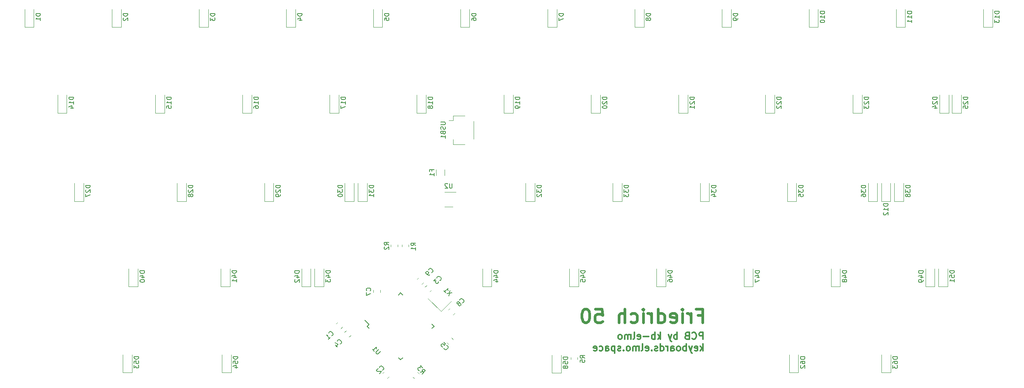
<source format=gbr>
%TF.GenerationSoftware,KiCad,Pcbnew,(5.1.9)-1*%
%TF.CreationDate,2021-01-25T12:39:42+01:00*%
%TF.ProjectId,FriedrichPCB,46726965-6472-4696-9368-5043422e6b69,rev?*%
%TF.SameCoordinates,Original*%
%TF.FileFunction,Legend,Bot*%
%TF.FilePolarity,Positive*%
%FSLAX46Y46*%
G04 Gerber Fmt 4.6, Leading zero omitted, Abs format (unit mm)*
G04 Created by KiCad (PCBNEW (5.1.9)-1) date 2021-01-25 12:39:42*
%MOMM*%
%LPD*%
G01*
G04 APERTURE LIST*
%ADD10C,0.300000*%
%ADD11C,0.600000*%
%ADD12C,0.120000*%
%ADD13C,0.150000*%
G04 APERTURE END LIST*
D10*
X191167057Y-130061171D02*
X191167057Y-128561171D01*
X190595628Y-128561171D01*
X190452771Y-128632600D01*
X190381342Y-128704028D01*
X190309914Y-128846885D01*
X190309914Y-129061171D01*
X190381342Y-129204028D01*
X190452771Y-129275457D01*
X190595628Y-129346885D01*
X191167057Y-129346885D01*
X188809914Y-129918314D02*
X188881342Y-129989742D01*
X189095628Y-130061171D01*
X189238485Y-130061171D01*
X189452771Y-129989742D01*
X189595628Y-129846885D01*
X189667057Y-129704028D01*
X189738485Y-129418314D01*
X189738485Y-129204028D01*
X189667057Y-128918314D01*
X189595628Y-128775457D01*
X189452771Y-128632600D01*
X189238485Y-128561171D01*
X189095628Y-128561171D01*
X188881342Y-128632600D01*
X188809914Y-128704028D01*
X187667057Y-129275457D02*
X187452771Y-129346885D01*
X187381342Y-129418314D01*
X187309914Y-129561171D01*
X187309914Y-129775457D01*
X187381342Y-129918314D01*
X187452771Y-129989742D01*
X187595628Y-130061171D01*
X188167057Y-130061171D01*
X188167057Y-128561171D01*
X187667057Y-128561171D01*
X187524200Y-128632600D01*
X187452771Y-128704028D01*
X187381342Y-128846885D01*
X187381342Y-128989742D01*
X187452771Y-129132600D01*
X187524200Y-129204028D01*
X187667057Y-129275457D01*
X188167057Y-129275457D01*
X185524200Y-130061171D02*
X185524200Y-128561171D01*
X185524200Y-129132600D02*
X185381342Y-129061171D01*
X185095628Y-129061171D01*
X184952771Y-129132600D01*
X184881342Y-129204028D01*
X184809914Y-129346885D01*
X184809914Y-129775457D01*
X184881342Y-129918314D01*
X184952771Y-129989742D01*
X185095628Y-130061171D01*
X185381342Y-130061171D01*
X185524200Y-129989742D01*
X184309914Y-129061171D02*
X183952771Y-130061171D01*
X183595628Y-129061171D02*
X183952771Y-130061171D01*
X184095628Y-130418314D01*
X184167057Y-130489742D01*
X184309914Y-130561171D01*
X181881342Y-130061171D02*
X181881342Y-128561171D01*
X181738485Y-129489742D02*
X181309914Y-130061171D01*
X181309914Y-129061171D02*
X181881342Y-129632600D01*
X180667057Y-130061171D02*
X180667057Y-128561171D01*
X180667057Y-129132600D02*
X180524200Y-129061171D01*
X180238485Y-129061171D01*
X180095628Y-129132600D01*
X180024200Y-129204028D01*
X179952771Y-129346885D01*
X179952771Y-129775457D01*
X180024200Y-129918314D01*
X180095628Y-129989742D01*
X180238485Y-130061171D01*
X180524200Y-130061171D01*
X180667057Y-129989742D01*
X179309914Y-129489742D02*
X178167057Y-129489742D01*
X176881342Y-129989742D02*
X177024200Y-130061171D01*
X177309914Y-130061171D01*
X177452771Y-129989742D01*
X177524200Y-129846885D01*
X177524200Y-129275457D01*
X177452771Y-129132600D01*
X177309914Y-129061171D01*
X177024200Y-129061171D01*
X176881342Y-129132600D01*
X176809914Y-129275457D01*
X176809914Y-129418314D01*
X177524200Y-129561171D01*
X175952771Y-130061171D02*
X176095628Y-129989742D01*
X176167057Y-129846885D01*
X176167057Y-128561171D01*
X175381342Y-130061171D02*
X175381342Y-129061171D01*
X175381342Y-129204028D02*
X175309914Y-129132600D01*
X175167057Y-129061171D01*
X174952771Y-129061171D01*
X174809914Y-129132600D01*
X174738485Y-129275457D01*
X174738485Y-130061171D01*
X174738485Y-129275457D02*
X174667057Y-129132600D01*
X174524200Y-129061171D01*
X174309914Y-129061171D01*
X174167057Y-129132600D01*
X174095628Y-129275457D01*
X174095628Y-130061171D01*
X173167057Y-130061171D02*
X173309914Y-129989742D01*
X173381342Y-129918314D01*
X173452771Y-129775457D01*
X173452771Y-129346885D01*
X173381342Y-129204028D01*
X173309914Y-129132600D01*
X173167057Y-129061171D01*
X172952771Y-129061171D01*
X172809914Y-129132600D01*
X172738485Y-129204028D01*
X172667057Y-129346885D01*
X172667057Y-129775457D01*
X172738485Y-129918314D01*
X172809914Y-129989742D01*
X172952771Y-130061171D01*
X173167057Y-130061171D01*
X191167057Y-132611171D02*
X191167057Y-131111171D01*
X191024200Y-132039742D02*
X190595628Y-132611171D01*
X190595628Y-131611171D02*
X191167057Y-132182600D01*
X189381342Y-132539742D02*
X189524200Y-132611171D01*
X189809914Y-132611171D01*
X189952771Y-132539742D01*
X190024200Y-132396885D01*
X190024200Y-131825457D01*
X189952771Y-131682600D01*
X189809914Y-131611171D01*
X189524200Y-131611171D01*
X189381342Y-131682600D01*
X189309914Y-131825457D01*
X189309914Y-131968314D01*
X190024200Y-132111171D01*
X188809914Y-131611171D02*
X188452771Y-132611171D01*
X188095628Y-131611171D02*
X188452771Y-132611171D01*
X188595628Y-132968314D01*
X188667057Y-133039742D01*
X188809914Y-133111171D01*
X187524200Y-132611171D02*
X187524200Y-131111171D01*
X187524200Y-131682600D02*
X187381342Y-131611171D01*
X187095628Y-131611171D01*
X186952771Y-131682600D01*
X186881342Y-131754028D01*
X186809914Y-131896885D01*
X186809914Y-132325457D01*
X186881342Y-132468314D01*
X186952771Y-132539742D01*
X187095628Y-132611171D01*
X187381342Y-132611171D01*
X187524200Y-132539742D01*
X185952771Y-132611171D02*
X186095628Y-132539742D01*
X186167057Y-132468314D01*
X186238485Y-132325457D01*
X186238485Y-131896885D01*
X186167057Y-131754028D01*
X186095628Y-131682600D01*
X185952771Y-131611171D01*
X185738485Y-131611171D01*
X185595628Y-131682600D01*
X185524200Y-131754028D01*
X185452771Y-131896885D01*
X185452771Y-132325457D01*
X185524200Y-132468314D01*
X185595628Y-132539742D01*
X185738485Y-132611171D01*
X185952771Y-132611171D01*
X184167057Y-132611171D02*
X184167057Y-131825457D01*
X184238485Y-131682600D01*
X184381342Y-131611171D01*
X184667057Y-131611171D01*
X184809914Y-131682600D01*
X184167057Y-132539742D02*
X184309914Y-132611171D01*
X184667057Y-132611171D01*
X184809914Y-132539742D01*
X184881342Y-132396885D01*
X184881342Y-132254028D01*
X184809914Y-132111171D01*
X184667057Y-132039742D01*
X184309914Y-132039742D01*
X184167057Y-131968314D01*
X183452771Y-132611171D02*
X183452771Y-131611171D01*
X183452771Y-131896885D02*
X183381342Y-131754028D01*
X183309914Y-131682600D01*
X183167057Y-131611171D01*
X183024200Y-131611171D01*
X181881342Y-132611171D02*
X181881342Y-131111171D01*
X181881342Y-132539742D02*
X182024200Y-132611171D01*
X182309914Y-132611171D01*
X182452771Y-132539742D01*
X182524200Y-132468314D01*
X182595628Y-132325457D01*
X182595628Y-131896885D01*
X182524200Y-131754028D01*
X182452771Y-131682600D01*
X182309914Y-131611171D01*
X182024200Y-131611171D01*
X181881342Y-131682600D01*
X181238485Y-132539742D02*
X181095628Y-132611171D01*
X180809914Y-132611171D01*
X180667057Y-132539742D01*
X180595628Y-132396885D01*
X180595628Y-132325457D01*
X180667057Y-132182600D01*
X180809914Y-132111171D01*
X181024200Y-132111171D01*
X181167057Y-132039742D01*
X181238485Y-131896885D01*
X181238485Y-131825457D01*
X181167057Y-131682600D01*
X181024200Y-131611171D01*
X180809914Y-131611171D01*
X180667057Y-131682600D01*
X179952771Y-132468314D02*
X179881342Y-132539742D01*
X179952771Y-132611171D01*
X180024200Y-132539742D01*
X179952771Y-132468314D01*
X179952771Y-132611171D01*
X178667057Y-132539742D02*
X178809914Y-132611171D01*
X179095628Y-132611171D01*
X179238485Y-132539742D01*
X179309914Y-132396885D01*
X179309914Y-131825457D01*
X179238485Y-131682600D01*
X179095628Y-131611171D01*
X178809914Y-131611171D01*
X178667057Y-131682600D01*
X178595628Y-131825457D01*
X178595628Y-131968314D01*
X179309914Y-132111171D01*
X177738485Y-132611171D02*
X177881342Y-132539742D01*
X177952771Y-132396885D01*
X177952771Y-131111171D01*
X177167057Y-132611171D02*
X177167057Y-131611171D01*
X177167057Y-131754028D02*
X177095628Y-131682600D01*
X176952771Y-131611171D01*
X176738485Y-131611171D01*
X176595628Y-131682600D01*
X176524200Y-131825457D01*
X176524200Y-132611171D01*
X176524200Y-131825457D02*
X176452771Y-131682600D01*
X176309914Y-131611171D01*
X176095628Y-131611171D01*
X175952771Y-131682600D01*
X175881342Y-131825457D01*
X175881342Y-132611171D01*
X174952771Y-132611171D02*
X175095628Y-132539742D01*
X175167057Y-132468314D01*
X175238485Y-132325457D01*
X175238485Y-131896885D01*
X175167057Y-131754028D01*
X175095628Y-131682600D01*
X174952771Y-131611171D01*
X174738485Y-131611171D01*
X174595628Y-131682600D01*
X174524200Y-131754028D01*
X174452771Y-131896885D01*
X174452771Y-132325457D01*
X174524200Y-132468314D01*
X174595628Y-132539742D01*
X174738485Y-132611171D01*
X174952771Y-132611171D01*
X173809914Y-132468314D02*
X173738485Y-132539742D01*
X173809914Y-132611171D01*
X173881342Y-132539742D01*
X173809914Y-132468314D01*
X173809914Y-132611171D01*
X173167057Y-132539742D02*
X173024200Y-132611171D01*
X172738485Y-132611171D01*
X172595628Y-132539742D01*
X172524200Y-132396885D01*
X172524200Y-132325457D01*
X172595628Y-132182600D01*
X172738485Y-132111171D01*
X172952771Y-132111171D01*
X173095628Y-132039742D01*
X173167057Y-131896885D01*
X173167057Y-131825457D01*
X173095628Y-131682600D01*
X172952771Y-131611171D01*
X172738485Y-131611171D01*
X172595628Y-131682600D01*
X171881342Y-131611171D02*
X171881342Y-133111171D01*
X171881342Y-131682600D02*
X171738485Y-131611171D01*
X171452771Y-131611171D01*
X171309914Y-131682600D01*
X171238485Y-131754028D01*
X171167057Y-131896885D01*
X171167057Y-132325457D01*
X171238485Y-132468314D01*
X171309914Y-132539742D01*
X171452771Y-132611171D01*
X171738485Y-132611171D01*
X171881342Y-132539742D01*
X169881342Y-132611171D02*
X169881342Y-131825457D01*
X169952771Y-131682600D01*
X170095628Y-131611171D01*
X170381342Y-131611171D01*
X170524200Y-131682600D01*
X169881342Y-132539742D02*
X170024200Y-132611171D01*
X170381342Y-132611171D01*
X170524200Y-132539742D01*
X170595628Y-132396885D01*
X170595628Y-132254028D01*
X170524200Y-132111171D01*
X170381342Y-132039742D01*
X170024200Y-132039742D01*
X169881342Y-131968314D01*
X168524200Y-132539742D02*
X168667057Y-132611171D01*
X168952771Y-132611171D01*
X169095628Y-132539742D01*
X169167057Y-132468314D01*
X169238485Y-132325457D01*
X169238485Y-131896885D01*
X169167057Y-131754028D01*
X169095628Y-131682600D01*
X168952771Y-131611171D01*
X168667057Y-131611171D01*
X168524200Y-131682600D01*
X167309914Y-132539742D02*
X167452771Y-132611171D01*
X167738485Y-132611171D01*
X167881342Y-132539742D01*
X167952771Y-132396885D01*
X167952771Y-131825457D01*
X167881342Y-131682600D01*
X167738485Y-131611171D01*
X167452771Y-131611171D01*
X167309914Y-131682600D01*
X167238485Y-131825457D01*
X167238485Y-131968314D01*
X167952771Y-132111171D01*
D11*
X190095257Y-124855314D02*
X191095257Y-124855314D01*
X191095257Y-126426742D02*
X191095257Y-123426742D01*
X189666685Y-123426742D01*
X188523828Y-126426742D02*
X188523828Y-124426742D01*
X188523828Y-124998171D02*
X188380971Y-124712457D01*
X188238114Y-124569600D01*
X187952400Y-124426742D01*
X187666685Y-124426742D01*
X186666685Y-126426742D02*
X186666685Y-124426742D01*
X186666685Y-123426742D02*
X186809542Y-123569600D01*
X186666685Y-123712457D01*
X186523828Y-123569600D01*
X186666685Y-123426742D01*
X186666685Y-123712457D01*
X184095257Y-126283885D02*
X184380971Y-126426742D01*
X184952400Y-126426742D01*
X185238114Y-126283885D01*
X185380971Y-125998171D01*
X185380971Y-124855314D01*
X185238114Y-124569600D01*
X184952400Y-124426742D01*
X184380971Y-124426742D01*
X184095257Y-124569600D01*
X183952400Y-124855314D01*
X183952400Y-125141028D01*
X185380971Y-125426742D01*
X181380971Y-126426742D02*
X181380971Y-123426742D01*
X181380971Y-126283885D02*
X181666685Y-126426742D01*
X182238114Y-126426742D01*
X182523828Y-126283885D01*
X182666685Y-126141028D01*
X182809542Y-125855314D01*
X182809542Y-124998171D01*
X182666685Y-124712457D01*
X182523828Y-124569600D01*
X182238114Y-124426742D01*
X181666685Y-124426742D01*
X181380971Y-124569600D01*
X179952400Y-126426742D02*
X179952400Y-124426742D01*
X179952400Y-124998171D02*
X179809542Y-124712457D01*
X179666685Y-124569600D01*
X179380971Y-124426742D01*
X179095257Y-124426742D01*
X178095257Y-126426742D02*
X178095257Y-124426742D01*
X178095257Y-123426742D02*
X178238114Y-123569600D01*
X178095257Y-123712457D01*
X177952400Y-123569600D01*
X178095257Y-123426742D01*
X178095257Y-123712457D01*
X175380971Y-126283885D02*
X175666685Y-126426742D01*
X176238114Y-126426742D01*
X176523828Y-126283885D01*
X176666685Y-126141028D01*
X176809542Y-125855314D01*
X176809542Y-124998171D01*
X176666685Y-124712457D01*
X176523828Y-124569600D01*
X176238114Y-124426742D01*
X175666685Y-124426742D01*
X175380971Y-124569600D01*
X174095257Y-126426742D02*
X174095257Y-123426742D01*
X172809542Y-126426742D02*
X172809542Y-124855314D01*
X172952400Y-124569600D01*
X173238114Y-124426742D01*
X173666685Y-124426742D01*
X173952400Y-124569600D01*
X174095257Y-124712457D01*
X167666685Y-123426742D02*
X169095257Y-123426742D01*
X169238114Y-124855314D01*
X169095257Y-124712457D01*
X168809542Y-124569600D01*
X168095257Y-124569600D01*
X167809542Y-124712457D01*
X167666685Y-124855314D01*
X167523828Y-125141028D01*
X167523828Y-125855314D01*
X167666685Y-126141028D01*
X167809542Y-126283885D01*
X168095257Y-126426742D01*
X168809542Y-126426742D01*
X169095257Y-126283885D01*
X169238114Y-126141028D01*
X165666685Y-123426742D02*
X165380971Y-123426742D01*
X165095257Y-123569600D01*
X164952400Y-123712457D01*
X164809542Y-123998171D01*
X164666685Y-124569600D01*
X164666685Y-125283885D01*
X164809542Y-125855314D01*
X164952400Y-126141028D01*
X165095257Y-126283885D01*
X165380971Y-126426742D01*
X165666685Y-126426742D01*
X165952400Y-126283885D01*
X166095257Y-126141028D01*
X166238114Y-125855314D01*
X166380971Y-125283885D01*
X166380971Y-124569600D01*
X166238114Y-123998171D01*
X166095257Y-123712457D01*
X165952400Y-123569600D01*
X165666685Y-123426742D01*
D12*
%TO.C,USB1*%
X139094200Y-81218000D02*
X136594200Y-81218000D01*
X136594200Y-81218000D02*
X136594200Y-82268000D01*
X136594200Y-82268000D02*
X135604200Y-82268000D01*
X139094200Y-87438000D02*
X136594200Y-87438000D01*
X136594200Y-87438000D02*
X136594200Y-86388000D01*
X141064200Y-82388000D02*
X141064200Y-86268000D01*
%TO.C,X1*%
X136235740Y-121659487D02*
X133902287Y-123992940D01*
X133902287Y-123992940D02*
X131073860Y-121164513D01*
%TO.C,U2*%
X136485200Y-101076400D02*
X134685200Y-101076400D01*
X134685200Y-97856400D02*
X137135200Y-97856400D01*
D13*
%TO.C,U1*%
X117751045Y-127254000D02*
X118157631Y-126847414D01*
X125069600Y-134572555D02*
X125546897Y-134095258D01*
X132388155Y-127254000D02*
X131910858Y-127731297D01*
X125069600Y-119935445D02*
X124592303Y-120412742D01*
X117751045Y-127254000D02*
X118228342Y-127731297D01*
X125069600Y-119935445D02*
X125546897Y-120412742D01*
X132388155Y-127254000D02*
X131910858Y-126776703D01*
X125069600Y-134572555D02*
X124592303Y-134095258D01*
X118157631Y-126847414D02*
X117256070Y-125945852D01*
D12*
%TO.C,R5*%
X162282200Y-134037336D02*
X162282200Y-134491464D01*
X163752200Y-134037336D02*
X163752200Y-134491464D01*
%TO.C,R3*%
X129102682Y-137613635D02*
X128781565Y-137292518D01*
X128063235Y-138653082D02*
X127742118Y-138331965D01*
%TO.C,R2*%
X122963000Y-109399336D02*
X122963000Y-109853464D01*
X124433000Y-109399336D02*
X124433000Y-109853464D01*
%TO.C,R1*%
X125350600Y-109399336D02*
X125350600Y-109853464D01*
X126820600Y-109399336D02*
X126820600Y-109853464D01*
%TO.C,F1*%
X132846400Y-93022336D02*
X132846400Y-94226464D01*
X134666400Y-93022336D02*
X134666400Y-94226464D01*
%TO.C,D63*%
X232241600Y-137378000D02*
X230241600Y-137378000D01*
X230241600Y-137378000D02*
X230241600Y-133478000D01*
X232241600Y-137378000D02*
X232241600Y-133478000D01*
%TO.C,D62*%
X212023200Y-137378000D02*
X210023200Y-137378000D01*
X210023200Y-137378000D02*
X210023200Y-133478000D01*
X212023200Y-137378000D02*
X212023200Y-133478000D01*
%TO.C,D58*%
X160156400Y-137428800D02*
X158156400Y-137428800D01*
X158156400Y-137428800D02*
X158156400Y-133528800D01*
X160156400Y-137428800D02*
X160156400Y-133528800D01*
%TO.C,D54*%
X88020400Y-137327200D02*
X86020400Y-137327200D01*
X86020400Y-137327200D02*
X86020400Y-133427200D01*
X88020400Y-137327200D02*
X88020400Y-133427200D01*
%TO.C,D53*%
X66379600Y-137327200D02*
X64379600Y-137327200D01*
X64379600Y-137327200D02*
X64379600Y-133427200D01*
X66379600Y-137327200D02*
X66379600Y-133427200D01*
%TO.C,D51*%
X244687600Y-118531200D02*
X242687600Y-118531200D01*
X242687600Y-118531200D02*
X242687600Y-114631200D01*
X244687600Y-118531200D02*
X244687600Y-114631200D01*
%TO.C,D49*%
X241842800Y-118531200D02*
X239842800Y-118531200D01*
X239842800Y-118531200D02*
X239842800Y-114631200D01*
X241842800Y-118531200D02*
X241842800Y-114631200D01*
%TO.C,D48*%
X221167200Y-118531200D02*
X219167200Y-118531200D01*
X219167200Y-118531200D02*
X219167200Y-114631200D01*
X221167200Y-118531200D02*
X221167200Y-114631200D01*
%TO.C,D47*%
X202117200Y-118531200D02*
X200117200Y-118531200D01*
X200117200Y-118531200D02*
X200117200Y-114631200D01*
X202117200Y-118531200D02*
X202117200Y-114631200D01*
%TO.C,D46*%
X183016400Y-118531200D02*
X181016400Y-118531200D01*
X181016400Y-118531200D02*
X181016400Y-114631200D01*
X183016400Y-118531200D02*
X183016400Y-114631200D01*
%TO.C,D45*%
X163966400Y-118531200D02*
X161966400Y-118531200D01*
X161966400Y-118531200D02*
X161966400Y-114631200D01*
X163966400Y-118531200D02*
X163966400Y-114631200D01*
%TO.C,D44*%
X144967200Y-118531200D02*
X142967200Y-118531200D01*
X142967200Y-118531200D02*
X142967200Y-114631200D01*
X144967200Y-118531200D02*
X144967200Y-114631200D01*
%TO.C,D43*%
X108289600Y-118531200D02*
X106289600Y-118531200D01*
X106289600Y-118531200D02*
X106289600Y-114631200D01*
X108289600Y-118531200D02*
X108289600Y-114631200D01*
%TO.C,D42*%
X105444800Y-118531200D02*
X103444800Y-118531200D01*
X103444800Y-118531200D02*
X103444800Y-114631200D01*
X105444800Y-118531200D02*
X105444800Y-114631200D01*
%TO.C,D41*%
X87766400Y-118531200D02*
X85766400Y-118531200D01*
X85766400Y-118531200D02*
X85766400Y-114631200D01*
X87766400Y-118531200D02*
X87766400Y-114631200D01*
%TO.C,D40*%
X67649600Y-118582000D02*
X65649600Y-118582000D01*
X65649600Y-118582000D02*
X65649600Y-114682000D01*
X67649600Y-118582000D02*
X67649600Y-114682000D01*
%TO.C,D38*%
X235035600Y-99887600D02*
X233035600Y-99887600D01*
X233035600Y-99887600D02*
X233035600Y-95987600D01*
X235035600Y-99887600D02*
X235035600Y-95987600D01*
%TO.C,D36*%
X229295200Y-99887600D02*
X227295200Y-99887600D01*
X227295200Y-99887600D02*
X227295200Y-95987600D01*
X229295200Y-99887600D02*
X229295200Y-95987600D01*
%TO.C,D35*%
X211616800Y-99887600D02*
X209616800Y-99887600D01*
X209616800Y-99887600D02*
X209616800Y-95987600D01*
X211616800Y-99887600D02*
X211616800Y-95987600D01*
%TO.C,D34*%
X192566800Y-99887600D02*
X190566800Y-99887600D01*
X190566800Y-99887600D02*
X190566800Y-95987600D01*
X192566800Y-99887600D02*
X192566800Y-95987600D01*
%TO.C,D33*%
X173466000Y-99887600D02*
X171466000Y-99887600D01*
X171466000Y-99887600D02*
X171466000Y-95987600D01*
X173466000Y-99887600D02*
X173466000Y-95987600D01*
%TO.C,D32*%
X154416000Y-99887600D02*
X152416000Y-99887600D01*
X152416000Y-99887600D02*
X152416000Y-95987600D01*
X154416000Y-99887600D02*
X154416000Y-95987600D01*
%TO.C,D31*%
X117738400Y-99887600D02*
X115738400Y-99887600D01*
X115738400Y-99887600D02*
X115738400Y-95987600D01*
X117738400Y-99887600D02*
X117738400Y-95987600D01*
%TO.C,D30*%
X114893600Y-99887600D02*
X112893600Y-99887600D01*
X112893600Y-99887600D02*
X112893600Y-95987600D01*
X114893600Y-99887600D02*
X114893600Y-95987600D01*
%TO.C,D29*%
X97316800Y-99887600D02*
X95316800Y-99887600D01*
X95316800Y-99887600D02*
X95316800Y-95987600D01*
X97316800Y-99887600D02*
X97316800Y-95987600D01*
%TO.C,D28*%
X78216000Y-99887600D02*
X76216000Y-99887600D01*
X76216000Y-99887600D02*
X76216000Y-95987600D01*
X78216000Y-99887600D02*
X78216000Y-95987600D01*
%TO.C,D27*%
X55762400Y-99887600D02*
X53762400Y-99887600D01*
X53762400Y-99887600D02*
X53762400Y-95987600D01*
X55762400Y-99887600D02*
X55762400Y-95987600D01*
%TO.C,D25*%
X247634000Y-80583600D02*
X245634000Y-80583600D01*
X245634000Y-80583600D02*
X245634000Y-76683600D01*
X247634000Y-80583600D02*
X247634000Y-76683600D01*
%TO.C,D24*%
X244941600Y-80583600D02*
X242941600Y-80583600D01*
X242941600Y-80583600D02*
X242941600Y-76683600D01*
X244941600Y-80583600D02*
X244941600Y-76683600D01*
%TO.C,D23*%
X225942400Y-80583600D02*
X223942400Y-80583600D01*
X223942400Y-80583600D02*
X223942400Y-76683600D01*
X225942400Y-80583600D02*
X225942400Y-76683600D01*
%TO.C,D22*%
X206841600Y-80583600D02*
X204841600Y-80583600D01*
X204841600Y-80583600D02*
X204841600Y-76683600D01*
X206841600Y-80583600D02*
X206841600Y-76683600D01*
%TO.C,D21*%
X187842400Y-80583600D02*
X185842400Y-80583600D01*
X185842400Y-80583600D02*
X185842400Y-76683600D01*
X187842400Y-80583600D02*
X187842400Y-76683600D01*
%TO.C,D20*%
X168741600Y-80583600D02*
X166741600Y-80583600D01*
X166741600Y-80583600D02*
X166741600Y-76683600D01*
X168741600Y-80583600D02*
X168741600Y-76683600D01*
%TO.C,D19*%
X149691600Y-80583600D02*
X147691600Y-80583600D01*
X147691600Y-80583600D02*
X147691600Y-76683600D01*
X149691600Y-80583600D02*
X149691600Y-76683600D01*
%TO.C,D18*%
X130641600Y-80583600D02*
X128641600Y-80583600D01*
X128641600Y-80583600D02*
X128641600Y-76683600D01*
X130641600Y-80583600D02*
X130641600Y-76683600D01*
%TO.C,D17*%
X111591600Y-80583600D02*
X109591600Y-80583600D01*
X109591600Y-80583600D02*
X109591600Y-76683600D01*
X111591600Y-80583600D02*
X111591600Y-76683600D01*
%TO.C,D16*%
X92541600Y-80583600D02*
X90541600Y-80583600D01*
X90541600Y-80583600D02*
X90541600Y-76683600D01*
X92541600Y-80583600D02*
X92541600Y-76683600D01*
%TO.C,D15*%
X73491600Y-80583600D02*
X71491600Y-80583600D01*
X71491600Y-80583600D02*
X71491600Y-76683600D01*
X73491600Y-80583600D02*
X73491600Y-76683600D01*
%TO.C,D14*%
X52104800Y-80583600D02*
X50104800Y-80583600D01*
X50104800Y-80583600D02*
X50104800Y-76683600D01*
X52104800Y-80583600D02*
X52104800Y-76683600D01*
%TO.C,D13*%
X254492000Y-61838400D02*
X252492000Y-61838400D01*
X252492000Y-61838400D02*
X252492000Y-57938400D01*
X254492000Y-61838400D02*
X254492000Y-57938400D01*
%TO.C,D12*%
X232190800Y-99887600D02*
X230190800Y-99887600D01*
X230190800Y-99887600D02*
X230190800Y-95987600D01*
X232190800Y-99887600D02*
X232190800Y-95987600D01*
%TO.C,D11*%
X235391200Y-61838400D02*
X233391200Y-61838400D01*
X233391200Y-61838400D02*
X233391200Y-57938400D01*
X235391200Y-61838400D02*
X235391200Y-57938400D01*
%TO.C,D10*%
X216341200Y-61838400D02*
X214341200Y-61838400D01*
X214341200Y-61838400D02*
X214341200Y-57938400D01*
X216341200Y-61838400D02*
X216341200Y-57938400D01*
%TO.C,D9*%
X197342000Y-61838400D02*
X195342000Y-61838400D01*
X195342000Y-61838400D02*
X195342000Y-57938400D01*
X197342000Y-61838400D02*
X197342000Y-57938400D01*
%TO.C,D8*%
X178292000Y-61838400D02*
X176292000Y-61838400D01*
X176292000Y-61838400D02*
X176292000Y-57938400D01*
X178292000Y-61838400D02*
X178292000Y-57938400D01*
%TO.C,D7*%
X159242000Y-61838400D02*
X157242000Y-61838400D01*
X157242000Y-61838400D02*
X157242000Y-57938400D01*
X159242000Y-61838400D02*
X159242000Y-57938400D01*
%TO.C,D6*%
X140141200Y-61838400D02*
X138141200Y-61838400D01*
X138141200Y-61838400D02*
X138141200Y-57938400D01*
X140141200Y-61838400D02*
X140141200Y-57938400D01*
%TO.C,D5*%
X121091200Y-61838400D02*
X119091200Y-61838400D01*
X119091200Y-61838400D02*
X119091200Y-57938400D01*
X121091200Y-61838400D02*
X121091200Y-57938400D01*
%TO.C,D4*%
X102092000Y-61838400D02*
X100092000Y-61838400D01*
X100092000Y-61838400D02*
X100092000Y-57938400D01*
X102092000Y-61838400D02*
X102092000Y-57938400D01*
%TO.C,D3*%
X83042000Y-61838400D02*
X81042000Y-61838400D01*
X81042000Y-61838400D02*
X81042000Y-57938400D01*
X83042000Y-61838400D02*
X83042000Y-57938400D01*
%TO.C,D2*%
X63992000Y-61838400D02*
X61992000Y-61838400D01*
X61992000Y-61838400D02*
X61992000Y-57938400D01*
X63992000Y-61838400D02*
X63992000Y-57938400D01*
%TO.C,D1*%
X44891200Y-61838400D02*
X42891200Y-61838400D01*
X42891200Y-61838400D02*
X42891200Y-57938400D01*
X44891200Y-61838400D02*
X44891200Y-57938400D01*
%TO.C,C9*%
X130779810Y-118269143D02*
X130410343Y-118638610D01*
X131819257Y-119308590D02*
X131449790Y-119678057D01*
%TO.C,C8*%
X136591941Y-124695906D02*
X136961408Y-124326439D01*
X135552494Y-123656459D02*
X135921961Y-123286992D01*
%TO.C,C7*%
X120623000Y-119844452D02*
X120623000Y-119321948D01*
X119153000Y-119844452D02*
X119153000Y-119321948D01*
%TO.C,C5*%
X135185543Y-130789390D02*
X135555010Y-131158857D01*
X136224990Y-129749943D02*
X136594457Y-130119410D01*
%TO.C,C4*%
X113152210Y-128175143D02*
X112782743Y-128544610D01*
X114191657Y-129214590D02*
X113822190Y-129584057D01*
%TO.C,C3*%
X129722590Y-118001657D02*
X130092057Y-117632190D01*
X128683143Y-116962210D02*
X129052610Y-116592743D01*
%TO.C,C2*%
X121522859Y-137178094D02*
X121153392Y-137547561D01*
X122562306Y-138217541D02*
X122192839Y-138587008D01*
%TO.C,C1*%
X111323410Y-126346343D02*
X110953943Y-126715810D01*
X112362857Y-127385790D02*
X111993390Y-127755257D01*
%TO.C,USB1*%
D13*
X133851580Y-82589904D02*
X134661104Y-82589904D01*
X134756342Y-82637523D01*
X134803961Y-82685142D01*
X134851580Y-82780380D01*
X134851580Y-82970857D01*
X134803961Y-83066095D01*
X134756342Y-83113714D01*
X134661104Y-83161333D01*
X133851580Y-83161333D01*
X134803961Y-83589904D02*
X134851580Y-83732761D01*
X134851580Y-83970857D01*
X134803961Y-84066095D01*
X134756342Y-84113714D01*
X134661104Y-84161333D01*
X134565866Y-84161333D01*
X134470628Y-84113714D01*
X134423009Y-84066095D01*
X134375390Y-83970857D01*
X134327771Y-83780380D01*
X134280152Y-83685142D01*
X134232533Y-83637523D01*
X134137295Y-83589904D01*
X134042057Y-83589904D01*
X133946819Y-83637523D01*
X133899200Y-83685142D01*
X133851580Y-83780380D01*
X133851580Y-84018476D01*
X133899200Y-84161333D01*
X134327771Y-84923238D02*
X134375390Y-85066095D01*
X134423009Y-85113714D01*
X134518247Y-85161333D01*
X134661104Y-85161333D01*
X134756342Y-85113714D01*
X134803961Y-85066095D01*
X134851580Y-84970857D01*
X134851580Y-84589904D01*
X133851580Y-84589904D01*
X133851580Y-84923238D01*
X133899200Y-85018476D01*
X133946819Y-85066095D01*
X134042057Y-85113714D01*
X134137295Y-85113714D01*
X134232533Y-85066095D01*
X134280152Y-85018476D01*
X134327771Y-84923238D01*
X134327771Y-84589904D01*
X134851580Y-86113714D02*
X134851580Y-85542285D01*
X134851580Y-85828000D02*
X133851580Y-85828000D01*
X133994438Y-85732761D01*
X134089676Y-85637523D01*
X134137295Y-85542285D01*
%TO.C,X1*%
X136346856Y-119864782D02*
X135168345Y-120100484D01*
X135875452Y-119393378D02*
X135639750Y-120571889D01*
X134528582Y-119460721D02*
X134932643Y-119864782D01*
X134730612Y-119662752D02*
X135437719Y-118955645D01*
X135404047Y-119124004D01*
X135404047Y-119258691D01*
X135437719Y-119359706D01*
%TO.C,U2*%
X136347104Y-96018780D02*
X136347104Y-96828304D01*
X136299485Y-96923542D01*
X136251866Y-96971161D01*
X136156628Y-97018780D01*
X135966152Y-97018780D01*
X135870914Y-96971161D01*
X135823295Y-96923542D01*
X135775676Y-96828304D01*
X135775676Y-96018780D01*
X135347104Y-96114019D02*
X135299485Y-96066400D01*
X135204247Y-96018780D01*
X134966152Y-96018780D01*
X134870914Y-96066400D01*
X134823295Y-96114019D01*
X134775676Y-96209257D01*
X134775676Y-96304495D01*
X134823295Y-96447352D01*
X135394723Y-97018780D01*
X134775676Y-97018780D01*
%TO.C,U1*%
X120727627Y-132673468D02*
X120155207Y-133245888D01*
X120054192Y-133279560D01*
X119986848Y-133279560D01*
X119885833Y-133245888D01*
X119751146Y-133111201D01*
X119717474Y-133010186D01*
X119717474Y-132942842D01*
X119751146Y-132841827D01*
X120323566Y-132269407D01*
X118909352Y-132269407D02*
X119313413Y-132673468D01*
X119111383Y-132471438D02*
X119818489Y-131764331D01*
X119784818Y-131932690D01*
X119784818Y-132067377D01*
X119818489Y-132168392D01*
%TO.C,R5*%
X165349180Y-134199333D02*
X164872990Y-133866000D01*
X165349180Y-133627904D02*
X164349180Y-133627904D01*
X164349180Y-134008857D01*
X164396800Y-134104095D01*
X164444419Y-134151714D01*
X164539657Y-134199333D01*
X164682514Y-134199333D01*
X164777752Y-134151714D01*
X164825371Y-134104095D01*
X164872990Y-134008857D01*
X164872990Y-133627904D01*
X164349180Y-135104095D02*
X164349180Y-134627904D01*
X164825371Y-134580285D01*
X164777752Y-134627904D01*
X164730133Y-134723142D01*
X164730133Y-134961238D01*
X164777752Y-135056476D01*
X164825371Y-135104095D01*
X164920609Y-135151714D01*
X165158704Y-135151714D01*
X165253942Y-135104095D01*
X165301561Y-135056476D01*
X165349180Y-134961238D01*
X165349180Y-134723142D01*
X165301561Y-134627904D01*
X165253942Y-134580285D01*
%TO.C,R3*%
X129387095Y-137243806D02*
X129959515Y-137142791D01*
X129791156Y-137647867D02*
X130498263Y-136940761D01*
X130228889Y-136671386D01*
X130127874Y-136637715D01*
X130060530Y-136637715D01*
X129959515Y-136671386D01*
X129858500Y-136772402D01*
X129824828Y-136873417D01*
X129824828Y-136940761D01*
X129858500Y-137041776D01*
X130127874Y-137311150D01*
X129858500Y-136300997D02*
X129420767Y-135863264D01*
X129387095Y-136368341D01*
X129286080Y-136267325D01*
X129185064Y-136233654D01*
X129117721Y-136233654D01*
X129016706Y-136267325D01*
X128848347Y-136435684D01*
X128814675Y-136536699D01*
X128814675Y-136604043D01*
X128848347Y-136705058D01*
X129050377Y-136907089D01*
X129151393Y-136940761D01*
X129218736Y-136940761D01*
%TO.C,R2*%
X122500380Y-109459733D02*
X122024190Y-109126400D01*
X122500380Y-108888304D02*
X121500380Y-108888304D01*
X121500380Y-109269257D01*
X121548000Y-109364495D01*
X121595619Y-109412114D01*
X121690857Y-109459733D01*
X121833714Y-109459733D01*
X121928952Y-109412114D01*
X121976571Y-109364495D01*
X122024190Y-109269257D01*
X122024190Y-108888304D01*
X121595619Y-109840685D02*
X121548000Y-109888304D01*
X121500380Y-109983542D01*
X121500380Y-110221638D01*
X121548000Y-110316876D01*
X121595619Y-110364495D01*
X121690857Y-110412114D01*
X121786095Y-110412114D01*
X121928952Y-110364495D01*
X122500380Y-109793066D01*
X122500380Y-110412114D01*
%TO.C,R1*%
X128366780Y-109612133D02*
X127890590Y-109278800D01*
X128366780Y-109040704D02*
X127366780Y-109040704D01*
X127366780Y-109421657D01*
X127414400Y-109516895D01*
X127462019Y-109564514D01*
X127557257Y-109612133D01*
X127700114Y-109612133D01*
X127795352Y-109564514D01*
X127842971Y-109516895D01*
X127890590Y-109421657D01*
X127890590Y-109040704D01*
X128366780Y-110564514D02*
X128366780Y-109993085D01*
X128366780Y-110278800D02*
X127366780Y-110278800D01*
X127509638Y-110183561D01*
X127604876Y-110088323D01*
X127652495Y-109993085D01*
%TO.C,F1*%
X131864971Y-93291066D02*
X131864971Y-92957733D01*
X132388780Y-92957733D02*
X131388780Y-92957733D01*
X131388780Y-93433923D01*
X132388780Y-94338685D02*
X132388780Y-93767257D01*
X132388780Y-94052971D02*
X131388780Y-94052971D01*
X131531638Y-93957733D01*
X131626876Y-93862495D01*
X131674495Y-93767257D01*
%TO.C,D63*%
X233693980Y-133913714D02*
X232693980Y-133913714D01*
X232693980Y-134151809D01*
X232741600Y-134294666D01*
X232836838Y-134389904D01*
X232932076Y-134437523D01*
X233122552Y-134485142D01*
X233265409Y-134485142D01*
X233455885Y-134437523D01*
X233551123Y-134389904D01*
X233646361Y-134294666D01*
X233693980Y-134151809D01*
X233693980Y-133913714D01*
X232693980Y-135342285D02*
X232693980Y-135151809D01*
X232741600Y-135056571D01*
X232789219Y-135008952D01*
X232932076Y-134913714D01*
X233122552Y-134866095D01*
X233503504Y-134866095D01*
X233598742Y-134913714D01*
X233646361Y-134961333D01*
X233693980Y-135056571D01*
X233693980Y-135247047D01*
X233646361Y-135342285D01*
X233598742Y-135389904D01*
X233503504Y-135437523D01*
X233265409Y-135437523D01*
X233170171Y-135389904D01*
X233122552Y-135342285D01*
X233074933Y-135247047D01*
X233074933Y-135056571D01*
X233122552Y-134961333D01*
X233170171Y-134913714D01*
X233265409Y-134866095D01*
X232693980Y-135770857D02*
X232693980Y-136389904D01*
X233074933Y-136056571D01*
X233074933Y-136199428D01*
X233122552Y-136294666D01*
X233170171Y-136342285D01*
X233265409Y-136389904D01*
X233503504Y-136389904D01*
X233598742Y-136342285D01*
X233646361Y-136294666D01*
X233693980Y-136199428D01*
X233693980Y-135913714D01*
X233646361Y-135818476D01*
X233598742Y-135770857D01*
%TO.C,D62*%
X213475580Y-133913714D02*
X212475580Y-133913714D01*
X212475580Y-134151809D01*
X212523200Y-134294666D01*
X212618438Y-134389904D01*
X212713676Y-134437523D01*
X212904152Y-134485142D01*
X213047009Y-134485142D01*
X213237485Y-134437523D01*
X213332723Y-134389904D01*
X213427961Y-134294666D01*
X213475580Y-134151809D01*
X213475580Y-133913714D01*
X212475580Y-135342285D02*
X212475580Y-135151809D01*
X212523200Y-135056571D01*
X212570819Y-135008952D01*
X212713676Y-134913714D01*
X212904152Y-134866095D01*
X213285104Y-134866095D01*
X213380342Y-134913714D01*
X213427961Y-134961333D01*
X213475580Y-135056571D01*
X213475580Y-135247047D01*
X213427961Y-135342285D01*
X213380342Y-135389904D01*
X213285104Y-135437523D01*
X213047009Y-135437523D01*
X212951771Y-135389904D01*
X212904152Y-135342285D01*
X212856533Y-135247047D01*
X212856533Y-135056571D01*
X212904152Y-134961333D01*
X212951771Y-134913714D01*
X213047009Y-134866095D01*
X212570819Y-135818476D02*
X212523200Y-135866095D01*
X212475580Y-135961333D01*
X212475580Y-136199428D01*
X212523200Y-136294666D01*
X212570819Y-136342285D01*
X212666057Y-136389904D01*
X212761295Y-136389904D01*
X212904152Y-136342285D01*
X213475580Y-135770857D01*
X213475580Y-136389904D01*
%TO.C,D58*%
X161608780Y-133964514D02*
X160608780Y-133964514D01*
X160608780Y-134202609D01*
X160656400Y-134345466D01*
X160751638Y-134440704D01*
X160846876Y-134488323D01*
X161037352Y-134535942D01*
X161180209Y-134535942D01*
X161370685Y-134488323D01*
X161465923Y-134440704D01*
X161561161Y-134345466D01*
X161608780Y-134202609D01*
X161608780Y-133964514D01*
X160608780Y-135440704D02*
X160608780Y-134964514D01*
X161084971Y-134916895D01*
X161037352Y-134964514D01*
X160989733Y-135059752D01*
X160989733Y-135297847D01*
X161037352Y-135393085D01*
X161084971Y-135440704D01*
X161180209Y-135488323D01*
X161418304Y-135488323D01*
X161513542Y-135440704D01*
X161561161Y-135393085D01*
X161608780Y-135297847D01*
X161608780Y-135059752D01*
X161561161Y-134964514D01*
X161513542Y-134916895D01*
X161037352Y-136059752D02*
X160989733Y-135964514D01*
X160942114Y-135916895D01*
X160846876Y-135869276D01*
X160799257Y-135869276D01*
X160704019Y-135916895D01*
X160656400Y-135964514D01*
X160608780Y-136059752D01*
X160608780Y-136250228D01*
X160656400Y-136345466D01*
X160704019Y-136393085D01*
X160799257Y-136440704D01*
X160846876Y-136440704D01*
X160942114Y-136393085D01*
X160989733Y-136345466D01*
X161037352Y-136250228D01*
X161037352Y-136059752D01*
X161084971Y-135964514D01*
X161132590Y-135916895D01*
X161227828Y-135869276D01*
X161418304Y-135869276D01*
X161513542Y-135916895D01*
X161561161Y-135964514D01*
X161608780Y-136059752D01*
X161608780Y-136250228D01*
X161561161Y-136345466D01*
X161513542Y-136393085D01*
X161418304Y-136440704D01*
X161227828Y-136440704D01*
X161132590Y-136393085D01*
X161084971Y-136345466D01*
X161037352Y-136250228D01*
%TO.C,D54*%
X89472780Y-133862914D02*
X88472780Y-133862914D01*
X88472780Y-134101009D01*
X88520400Y-134243866D01*
X88615638Y-134339104D01*
X88710876Y-134386723D01*
X88901352Y-134434342D01*
X89044209Y-134434342D01*
X89234685Y-134386723D01*
X89329923Y-134339104D01*
X89425161Y-134243866D01*
X89472780Y-134101009D01*
X89472780Y-133862914D01*
X88472780Y-135339104D02*
X88472780Y-134862914D01*
X88948971Y-134815295D01*
X88901352Y-134862914D01*
X88853733Y-134958152D01*
X88853733Y-135196247D01*
X88901352Y-135291485D01*
X88948971Y-135339104D01*
X89044209Y-135386723D01*
X89282304Y-135386723D01*
X89377542Y-135339104D01*
X89425161Y-135291485D01*
X89472780Y-135196247D01*
X89472780Y-134958152D01*
X89425161Y-134862914D01*
X89377542Y-134815295D01*
X88806114Y-136243866D02*
X89472780Y-136243866D01*
X88425161Y-136005771D02*
X89139447Y-135767676D01*
X89139447Y-136386723D01*
%TO.C,D53*%
X67831980Y-133862914D02*
X66831980Y-133862914D01*
X66831980Y-134101009D01*
X66879600Y-134243866D01*
X66974838Y-134339104D01*
X67070076Y-134386723D01*
X67260552Y-134434342D01*
X67403409Y-134434342D01*
X67593885Y-134386723D01*
X67689123Y-134339104D01*
X67784361Y-134243866D01*
X67831980Y-134101009D01*
X67831980Y-133862914D01*
X66831980Y-135339104D02*
X66831980Y-134862914D01*
X67308171Y-134815295D01*
X67260552Y-134862914D01*
X67212933Y-134958152D01*
X67212933Y-135196247D01*
X67260552Y-135291485D01*
X67308171Y-135339104D01*
X67403409Y-135386723D01*
X67641504Y-135386723D01*
X67736742Y-135339104D01*
X67784361Y-135291485D01*
X67831980Y-135196247D01*
X67831980Y-134958152D01*
X67784361Y-134862914D01*
X67736742Y-134815295D01*
X66831980Y-135720057D02*
X66831980Y-136339104D01*
X67212933Y-136005771D01*
X67212933Y-136148628D01*
X67260552Y-136243866D01*
X67308171Y-136291485D01*
X67403409Y-136339104D01*
X67641504Y-136339104D01*
X67736742Y-136291485D01*
X67784361Y-136243866D01*
X67831980Y-136148628D01*
X67831980Y-135862914D01*
X67784361Y-135767676D01*
X67736742Y-135720057D01*
%TO.C,D51*%
X246139980Y-115066914D02*
X245139980Y-115066914D01*
X245139980Y-115305009D01*
X245187600Y-115447866D01*
X245282838Y-115543104D01*
X245378076Y-115590723D01*
X245568552Y-115638342D01*
X245711409Y-115638342D01*
X245901885Y-115590723D01*
X245997123Y-115543104D01*
X246092361Y-115447866D01*
X246139980Y-115305009D01*
X246139980Y-115066914D01*
X245139980Y-116543104D02*
X245139980Y-116066914D01*
X245616171Y-116019295D01*
X245568552Y-116066914D01*
X245520933Y-116162152D01*
X245520933Y-116400247D01*
X245568552Y-116495485D01*
X245616171Y-116543104D01*
X245711409Y-116590723D01*
X245949504Y-116590723D01*
X246044742Y-116543104D01*
X246092361Y-116495485D01*
X246139980Y-116400247D01*
X246139980Y-116162152D01*
X246092361Y-116066914D01*
X246044742Y-116019295D01*
X246139980Y-117543104D02*
X246139980Y-116971676D01*
X246139980Y-117257390D02*
X245139980Y-117257390D01*
X245282838Y-117162152D01*
X245378076Y-117066914D01*
X245425695Y-116971676D01*
%TO.C,D49*%
X239313980Y-115117714D02*
X238313980Y-115117714D01*
X238313980Y-115355809D01*
X238361600Y-115498666D01*
X238456838Y-115593904D01*
X238552076Y-115641523D01*
X238742552Y-115689142D01*
X238885409Y-115689142D01*
X239075885Y-115641523D01*
X239171123Y-115593904D01*
X239266361Y-115498666D01*
X239313980Y-115355809D01*
X239313980Y-115117714D01*
X238647314Y-116546285D02*
X239313980Y-116546285D01*
X238266361Y-116308190D02*
X238980647Y-116070095D01*
X238980647Y-116689142D01*
X239313980Y-117117714D02*
X239313980Y-117308190D01*
X239266361Y-117403428D01*
X239218742Y-117451047D01*
X239075885Y-117546285D01*
X238885409Y-117593904D01*
X238504457Y-117593904D01*
X238409219Y-117546285D01*
X238361600Y-117498666D01*
X238313980Y-117403428D01*
X238313980Y-117212952D01*
X238361600Y-117117714D01*
X238409219Y-117070095D01*
X238504457Y-117022476D01*
X238742552Y-117022476D01*
X238837790Y-117070095D01*
X238885409Y-117117714D01*
X238933028Y-117212952D01*
X238933028Y-117403428D01*
X238885409Y-117498666D01*
X238837790Y-117546285D01*
X238742552Y-117593904D01*
%TO.C,D48*%
X222619580Y-115066914D02*
X221619580Y-115066914D01*
X221619580Y-115305009D01*
X221667200Y-115447866D01*
X221762438Y-115543104D01*
X221857676Y-115590723D01*
X222048152Y-115638342D01*
X222191009Y-115638342D01*
X222381485Y-115590723D01*
X222476723Y-115543104D01*
X222571961Y-115447866D01*
X222619580Y-115305009D01*
X222619580Y-115066914D01*
X221952914Y-116495485D02*
X222619580Y-116495485D01*
X221571961Y-116257390D02*
X222286247Y-116019295D01*
X222286247Y-116638342D01*
X222048152Y-117162152D02*
X222000533Y-117066914D01*
X221952914Y-117019295D01*
X221857676Y-116971676D01*
X221810057Y-116971676D01*
X221714819Y-117019295D01*
X221667200Y-117066914D01*
X221619580Y-117162152D01*
X221619580Y-117352628D01*
X221667200Y-117447866D01*
X221714819Y-117495485D01*
X221810057Y-117543104D01*
X221857676Y-117543104D01*
X221952914Y-117495485D01*
X222000533Y-117447866D01*
X222048152Y-117352628D01*
X222048152Y-117162152D01*
X222095771Y-117066914D01*
X222143390Y-117019295D01*
X222238628Y-116971676D01*
X222429104Y-116971676D01*
X222524342Y-117019295D01*
X222571961Y-117066914D01*
X222619580Y-117162152D01*
X222619580Y-117352628D01*
X222571961Y-117447866D01*
X222524342Y-117495485D01*
X222429104Y-117543104D01*
X222238628Y-117543104D01*
X222143390Y-117495485D01*
X222095771Y-117447866D01*
X222048152Y-117352628D01*
%TO.C,D47*%
X203569580Y-115066914D02*
X202569580Y-115066914D01*
X202569580Y-115305009D01*
X202617200Y-115447866D01*
X202712438Y-115543104D01*
X202807676Y-115590723D01*
X202998152Y-115638342D01*
X203141009Y-115638342D01*
X203331485Y-115590723D01*
X203426723Y-115543104D01*
X203521961Y-115447866D01*
X203569580Y-115305009D01*
X203569580Y-115066914D01*
X202902914Y-116495485D02*
X203569580Y-116495485D01*
X202521961Y-116257390D02*
X203236247Y-116019295D01*
X203236247Y-116638342D01*
X202569580Y-116924057D02*
X202569580Y-117590723D01*
X203569580Y-117162152D01*
%TO.C,D46*%
X184468780Y-115066914D02*
X183468780Y-115066914D01*
X183468780Y-115305009D01*
X183516400Y-115447866D01*
X183611638Y-115543104D01*
X183706876Y-115590723D01*
X183897352Y-115638342D01*
X184040209Y-115638342D01*
X184230685Y-115590723D01*
X184325923Y-115543104D01*
X184421161Y-115447866D01*
X184468780Y-115305009D01*
X184468780Y-115066914D01*
X183802114Y-116495485D02*
X184468780Y-116495485D01*
X183421161Y-116257390D02*
X184135447Y-116019295D01*
X184135447Y-116638342D01*
X183468780Y-117447866D02*
X183468780Y-117257390D01*
X183516400Y-117162152D01*
X183564019Y-117114533D01*
X183706876Y-117019295D01*
X183897352Y-116971676D01*
X184278304Y-116971676D01*
X184373542Y-117019295D01*
X184421161Y-117066914D01*
X184468780Y-117162152D01*
X184468780Y-117352628D01*
X184421161Y-117447866D01*
X184373542Y-117495485D01*
X184278304Y-117543104D01*
X184040209Y-117543104D01*
X183944971Y-117495485D01*
X183897352Y-117447866D01*
X183849733Y-117352628D01*
X183849733Y-117162152D01*
X183897352Y-117066914D01*
X183944971Y-117019295D01*
X184040209Y-116971676D01*
%TO.C,D45*%
X165418780Y-115066914D02*
X164418780Y-115066914D01*
X164418780Y-115305009D01*
X164466400Y-115447866D01*
X164561638Y-115543104D01*
X164656876Y-115590723D01*
X164847352Y-115638342D01*
X164990209Y-115638342D01*
X165180685Y-115590723D01*
X165275923Y-115543104D01*
X165371161Y-115447866D01*
X165418780Y-115305009D01*
X165418780Y-115066914D01*
X164752114Y-116495485D02*
X165418780Y-116495485D01*
X164371161Y-116257390D02*
X165085447Y-116019295D01*
X165085447Y-116638342D01*
X164418780Y-117495485D02*
X164418780Y-117019295D01*
X164894971Y-116971676D01*
X164847352Y-117019295D01*
X164799733Y-117114533D01*
X164799733Y-117352628D01*
X164847352Y-117447866D01*
X164894971Y-117495485D01*
X164990209Y-117543104D01*
X165228304Y-117543104D01*
X165323542Y-117495485D01*
X165371161Y-117447866D01*
X165418780Y-117352628D01*
X165418780Y-117114533D01*
X165371161Y-117019295D01*
X165323542Y-116971676D01*
%TO.C,D44*%
X146419580Y-115066914D02*
X145419580Y-115066914D01*
X145419580Y-115305009D01*
X145467200Y-115447866D01*
X145562438Y-115543104D01*
X145657676Y-115590723D01*
X145848152Y-115638342D01*
X145991009Y-115638342D01*
X146181485Y-115590723D01*
X146276723Y-115543104D01*
X146371961Y-115447866D01*
X146419580Y-115305009D01*
X146419580Y-115066914D01*
X145752914Y-116495485D02*
X146419580Y-116495485D01*
X145371961Y-116257390D02*
X146086247Y-116019295D01*
X146086247Y-116638342D01*
X145752914Y-117447866D02*
X146419580Y-117447866D01*
X145371961Y-117209771D02*
X146086247Y-116971676D01*
X146086247Y-117590723D01*
%TO.C,D43*%
X109741980Y-115066914D02*
X108741980Y-115066914D01*
X108741980Y-115305009D01*
X108789600Y-115447866D01*
X108884838Y-115543104D01*
X108980076Y-115590723D01*
X109170552Y-115638342D01*
X109313409Y-115638342D01*
X109503885Y-115590723D01*
X109599123Y-115543104D01*
X109694361Y-115447866D01*
X109741980Y-115305009D01*
X109741980Y-115066914D01*
X109075314Y-116495485D02*
X109741980Y-116495485D01*
X108694361Y-116257390D02*
X109408647Y-116019295D01*
X109408647Y-116638342D01*
X108741980Y-116924057D02*
X108741980Y-117543104D01*
X109122933Y-117209771D01*
X109122933Y-117352628D01*
X109170552Y-117447866D01*
X109218171Y-117495485D01*
X109313409Y-117543104D01*
X109551504Y-117543104D01*
X109646742Y-117495485D01*
X109694361Y-117447866D01*
X109741980Y-117352628D01*
X109741980Y-117066914D01*
X109694361Y-116971676D01*
X109646742Y-116924057D01*
%TO.C,D42*%
X102915980Y-115117714D02*
X101915980Y-115117714D01*
X101915980Y-115355809D01*
X101963600Y-115498666D01*
X102058838Y-115593904D01*
X102154076Y-115641523D01*
X102344552Y-115689142D01*
X102487409Y-115689142D01*
X102677885Y-115641523D01*
X102773123Y-115593904D01*
X102868361Y-115498666D01*
X102915980Y-115355809D01*
X102915980Y-115117714D01*
X102249314Y-116546285D02*
X102915980Y-116546285D01*
X101868361Y-116308190D02*
X102582647Y-116070095D01*
X102582647Y-116689142D01*
X102011219Y-117022476D02*
X101963600Y-117070095D01*
X101915980Y-117165333D01*
X101915980Y-117403428D01*
X101963600Y-117498666D01*
X102011219Y-117546285D01*
X102106457Y-117593904D01*
X102201695Y-117593904D01*
X102344552Y-117546285D01*
X102915980Y-116974857D01*
X102915980Y-117593904D01*
%TO.C,D41*%
X89218780Y-115066914D02*
X88218780Y-115066914D01*
X88218780Y-115305009D01*
X88266400Y-115447866D01*
X88361638Y-115543104D01*
X88456876Y-115590723D01*
X88647352Y-115638342D01*
X88790209Y-115638342D01*
X88980685Y-115590723D01*
X89075923Y-115543104D01*
X89171161Y-115447866D01*
X89218780Y-115305009D01*
X89218780Y-115066914D01*
X88552114Y-116495485D02*
X89218780Y-116495485D01*
X88171161Y-116257390D02*
X88885447Y-116019295D01*
X88885447Y-116638342D01*
X89218780Y-117543104D02*
X89218780Y-116971676D01*
X89218780Y-117257390D02*
X88218780Y-117257390D01*
X88361638Y-117162152D01*
X88456876Y-117066914D01*
X88504495Y-116971676D01*
%TO.C,D40*%
X69101980Y-115117714D02*
X68101980Y-115117714D01*
X68101980Y-115355809D01*
X68149600Y-115498666D01*
X68244838Y-115593904D01*
X68340076Y-115641523D01*
X68530552Y-115689142D01*
X68673409Y-115689142D01*
X68863885Y-115641523D01*
X68959123Y-115593904D01*
X69054361Y-115498666D01*
X69101980Y-115355809D01*
X69101980Y-115117714D01*
X68435314Y-116546285D02*
X69101980Y-116546285D01*
X68054361Y-116308190D02*
X68768647Y-116070095D01*
X68768647Y-116689142D01*
X68101980Y-117260571D02*
X68101980Y-117355809D01*
X68149600Y-117451047D01*
X68197219Y-117498666D01*
X68292457Y-117546285D01*
X68482933Y-117593904D01*
X68721028Y-117593904D01*
X68911504Y-117546285D01*
X69006742Y-117498666D01*
X69054361Y-117451047D01*
X69101980Y-117355809D01*
X69101980Y-117260571D01*
X69054361Y-117165333D01*
X69006742Y-117117714D01*
X68911504Y-117070095D01*
X68721028Y-117022476D01*
X68482933Y-117022476D01*
X68292457Y-117070095D01*
X68197219Y-117117714D01*
X68149600Y-117165333D01*
X68101980Y-117260571D01*
%TO.C,D38*%
X236487980Y-96423314D02*
X235487980Y-96423314D01*
X235487980Y-96661409D01*
X235535600Y-96804266D01*
X235630838Y-96899504D01*
X235726076Y-96947123D01*
X235916552Y-96994742D01*
X236059409Y-96994742D01*
X236249885Y-96947123D01*
X236345123Y-96899504D01*
X236440361Y-96804266D01*
X236487980Y-96661409D01*
X236487980Y-96423314D01*
X235487980Y-97328076D02*
X235487980Y-97947123D01*
X235868933Y-97613790D01*
X235868933Y-97756647D01*
X235916552Y-97851885D01*
X235964171Y-97899504D01*
X236059409Y-97947123D01*
X236297504Y-97947123D01*
X236392742Y-97899504D01*
X236440361Y-97851885D01*
X236487980Y-97756647D01*
X236487980Y-97470933D01*
X236440361Y-97375695D01*
X236392742Y-97328076D01*
X235916552Y-98518552D02*
X235868933Y-98423314D01*
X235821314Y-98375695D01*
X235726076Y-98328076D01*
X235678457Y-98328076D01*
X235583219Y-98375695D01*
X235535600Y-98423314D01*
X235487980Y-98518552D01*
X235487980Y-98709028D01*
X235535600Y-98804266D01*
X235583219Y-98851885D01*
X235678457Y-98899504D01*
X235726076Y-98899504D01*
X235821314Y-98851885D01*
X235868933Y-98804266D01*
X235916552Y-98709028D01*
X235916552Y-98518552D01*
X235964171Y-98423314D01*
X236011790Y-98375695D01*
X236107028Y-98328076D01*
X236297504Y-98328076D01*
X236392742Y-98375695D01*
X236440361Y-98423314D01*
X236487980Y-98518552D01*
X236487980Y-98709028D01*
X236440361Y-98804266D01*
X236392742Y-98851885D01*
X236297504Y-98899504D01*
X236107028Y-98899504D01*
X236011790Y-98851885D01*
X235964171Y-98804266D01*
X235916552Y-98709028D01*
%TO.C,D36*%
X226766380Y-96423314D02*
X225766380Y-96423314D01*
X225766380Y-96661409D01*
X225814000Y-96804266D01*
X225909238Y-96899504D01*
X226004476Y-96947123D01*
X226194952Y-96994742D01*
X226337809Y-96994742D01*
X226528285Y-96947123D01*
X226623523Y-96899504D01*
X226718761Y-96804266D01*
X226766380Y-96661409D01*
X226766380Y-96423314D01*
X225766380Y-97328076D02*
X225766380Y-97947123D01*
X226147333Y-97613790D01*
X226147333Y-97756647D01*
X226194952Y-97851885D01*
X226242571Y-97899504D01*
X226337809Y-97947123D01*
X226575904Y-97947123D01*
X226671142Y-97899504D01*
X226718761Y-97851885D01*
X226766380Y-97756647D01*
X226766380Y-97470933D01*
X226718761Y-97375695D01*
X226671142Y-97328076D01*
X225766380Y-98804266D02*
X225766380Y-98613790D01*
X225814000Y-98518552D01*
X225861619Y-98470933D01*
X226004476Y-98375695D01*
X226194952Y-98328076D01*
X226575904Y-98328076D01*
X226671142Y-98375695D01*
X226718761Y-98423314D01*
X226766380Y-98518552D01*
X226766380Y-98709028D01*
X226718761Y-98804266D01*
X226671142Y-98851885D01*
X226575904Y-98899504D01*
X226337809Y-98899504D01*
X226242571Y-98851885D01*
X226194952Y-98804266D01*
X226147333Y-98709028D01*
X226147333Y-98518552D01*
X226194952Y-98423314D01*
X226242571Y-98375695D01*
X226337809Y-98328076D01*
%TO.C,D35*%
X213069180Y-96423314D02*
X212069180Y-96423314D01*
X212069180Y-96661409D01*
X212116800Y-96804266D01*
X212212038Y-96899504D01*
X212307276Y-96947123D01*
X212497752Y-96994742D01*
X212640609Y-96994742D01*
X212831085Y-96947123D01*
X212926323Y-96899504D01*
X213021561Y-96804266D01*
X213069180Y-96661409D01*
X213069180Y-96423314D01*
X212069180Y-97328076D02*
X212069180Y-97947123D01*
X212450133Y-97613790D01*
X212450133Y-97756647D01*
X212497752Y-97851885D01*
X212545371Y-97899504D01*
X212640609Y-97947123D01*
X212878704Y-97947123D01*
X212973942Y-97899504D01*
X213021561Y-97851885D01*
X213069180Y-97756647D01*
X213069180Y-97470933D01*
X213021561Y-97375695D01*
X212973942Y-97328076D01*
X212069180Y-98851885D02*
X212069180Y-98375695D01*
X212545371Y-98328076D01*
X212497752Y-98375695D01*
X212450133Y-98470933D01*
X212450133Y-98709028D01*
X212497752Y-98804266D01*
X212545371Y-98851885D01*
X212640609Y-98899504D01*
X212878704Y-98899504D01*
X212973942Y-98851885D01*
X213021561Y-98804266D01*
X213069180Y-98709028D01*
X213069180Y-98470933D01*
X213021561Y-98375695D01*
X212973942Y-98328076D01*
%TO.C,D34*%
X194019180Y-96423314D02*
X193019180Y-96423314D01*
X193019180Y-96661409D01*
X193066800Y-96804266D01*
X193162038Y-96899504D01*
X193257276Y-96947123D01*
X193447752Y-96994742D01*
X193590609Y-96994742D01*
X193781085Y-96947123D01*
X193876323Y-96899504D01*
X193971561Y-96804266D01*
X194019180Y-96661409D01*
X194019180Y-96423314D01*
X193019180Y-97328076D02*
X193019180Y-97947123D01*
X193400133Y-97613790D01*
X193400133Y-97756647D01*
X193447752Y-97851885D01*
X193495371Y-97899504D01*
X193590609Y-97947123D01*
X193828704Y-97947123D01*
X193923942Y-97899504D01*
X193971561Y-97851885D01*
X194019180Y-97756647D01*
X194019180Y-97470933D01*
X193971561Y-97375695D01*
X193923942Y-97328076D01*
X193352514Y-98804266D02*
X194019180Y-98804266D01*
X192971561Y-98566171D02*
X193685847Y-98328076D01*
X193685847Y-98947123D01*
%TO.C,D33*%
X174918380Y-96423314D02*
X173918380Y-96423314D01*
X173918380Y-96661409D01*
X173966000Y-96804266D01*
X174061238Y-96899504D01*
X174156476Y-96947123D01*
X174346952Y-96994742D01*
X174489809Y-96994742D01*
X174680285Y-96947123D01*
X174775523Y-96899504D01*
X174870761Y-96804266D01*
X174918380Y-96661409D01*
X174918380Y-96423314D01*
X173918380Y-97328076D02*
X173918380Y-97947123D01*
X174299333Y-97613790D01*
X174299333Y-97756647D01*
X174346952Y-97851885D01*
X174394571Y-97899504D01*
X174489809Y-97947123D01*
X174727904Y-97947123D01*
X174823142Y-97899504D01*
X174870761Y-97851885D01*
X174918380Y-97756647D01*
X174918380Y-97470933D01*
X174870761Y-97375695D01*
X174823142Y-97328076D01*
X173918380Y-98280457D02*
X173918380Y-98899504D01*
X174299333Y-98566171D01*
X174299333Y-98709028D01*
X174346952Y-98804266D01*
X174394571Y-98851885D01*
X174489809Y-98899504D01*
X174727904Y-98899504D01*
X174823142Y-98851885D01*
X174870761Y-98804266D01*
X174918380Y-98709028D01*
X174918380Y-98423314D01*
X174870761Y-98328076D01*
X174823142Y-98280457D01*
%TO.C,D32*%
X155868380Y-96423314D02*
X154868380Y-96423314D01*
X154868380Y-96661409D01*
X154916000Y-96804266D01*
X155011238Y-96899504D01*
X155106476Y-96947123D01*
X155296952Y-96994742D01*
X155439809Y-96994742D01*
X155630285Y-96947123D01*
X155725523Y-96899504D01*
X155820761Y-96804266D01*
X155868380Y-96661409D01*
X155868380Y-96423314D01*
X154868380Y-97328076D02*
X154868380Y-97947123D01*
X155249333Y-97613790D01*
X155249333Y-97756647D01*
X155296952Y-97851885D01*
X155344571Y-97899504D01*
X155439809Y-97947123D01*
X155677904Y-97947123D01*
X155773142Y-97899504D01*
X155820761Y-97851885D01*
X155868380Y-97756647D01*
X155868380Y-97470933D01*
X155820761Y-97375695D01*
X155773142Y-97328076D01*
X154963619Y-98328076D02*
X154916000Y-98375695D01*
X154868380Y-98470933D01*
X154868380Y-98709028D01*
X154916000Y-98804266D01*
X154963619Y-98851885D01*
X155058857Y-98899504D01*
X155154095Y-98899504D01*
X155296952Y-98851885D01*
X155868380Y-98280457D01*
X155868380Y-98899504D01*
%TO.C,D31*%
X119190780Y-96423314D02*
X118190780Y-96423314D01*
X118190780Y-96661409D01*
X118238400Y-96804266D01*
X118333638Y-96899504D01*
X118428876Y-96947123D01*
X118619352Y-96994742D01*
X118762209Y-96994742D01*
X118952685Y-96947123D01*
X119047923Y-96899504D01*
X119143161Y-96804266D01*
X119190780Y-96661409D01*
X119190780Y-96423314D01*
X118190780Y-97328076D02*
X118190780Y-97947123D01*
X118571733Y-97613790D01*
X118571733Y-97756647D01*
X118619352Y-97851885D01*
X118666971Y-97899504D01*
X118762209Y-97947123D01*
X119000304Y-97947123D01*
X119095542Y-97899504D01*
X119143161Y-97851885D01*
X119190780Y-97756647D01*
X119190780Y-97470933D01*
X119143161Y-97375695D01*
X119095542Y-97328076D01*
X119190780Y-98899504D02*
X119190780Y-98328076D01*
X119190780Y-98613790D02*
X118190780Y-98613790D01*
X118333638Y-98518552D01*
X118428876Y-98423314D01*
X118476495Y-98328076D01*
%TO.C,D30*%
X112364780Y-96423314D02*
X111364780Y-96423314D01*
X111364780Y-96661409D01*
X111412400Y-96804266D01*
X111507638Y-96899504D01*
X111602876Y-96947123D01*
X111793352Y-96994742D01*
X111936209Y-96994742D01*
X112126685Y-96947123D01*
X112221923Y-96899504D01*
X112317161Y-96804266D01*
X112364780Y-96661409D01*
X112364780Y-96423314D01*
X111364780Y-97328076D02*
X111364780Y-97947123D01*
X111745733Y-97613790D01*
X111745733Y-97756647D01*
X111793352Y-97851885D01*
X111840971Y-97899504D01*
X111936209Y-97947123D01*
X112174304Y-97947123D01*
X112269542Y-97899504D01*
X112317161Y-97851885D01*
X112364780Y-97756647D01*
X112364780Y-97470933D01*
X112317161Y-97375695D01*
X112269542Y-97328076D01*
X111364780Y-98566171D02*
X111364780Y-98661409D01*
X111412400Y-98756647D01*
X111460019Y-98804266D01*
X111555257Y-98851885D01*
X111745733Y-98899504D01*
X111983828Y-98899504D01*
X112174304Y-98851885D01*
X112269542Y-98804266D01*
X112317161Y-98756647D01*
X112364780Y-98661409D01*
X112364780Y-98566171D01*
X112317161Y-98470933D01*
X112269542Y-98423314D01*
X112174304Y-98375695D01*
X111983828Y-98328076D01*
X111745733Y-98328076D01*
X111555257Y-98375695D01*
X111460019Y-98423314D01*
X111412400Y-98470933D01*
X111364780Y-98566171D01*
%TO.C,D29*%
X98769180Y-96423314D02*
X97769180Y-96423314D01*
X97769180Y-96661409D01*
X97816800Y-96804266D01*
X97912038Y-96899504D01*
X98007276Y-96947123D01*
X98197752Y-96994742D01*
X98340609Y-96994742D01*
X98531085Y-96947123D01*
X98626323Y-96899504D01*
X98721561Y-96804266D01*
X98769180Y-96661409D01*
X98769180Y-96423314D01*
X97864419Y-97375695D02*
X97816800Y-97423314D01*
X97769180Y-97518552D01*
X97769180Y-97756647D01*
X97816800Y-97851885D01*
X97864419Y-97899504D01*
X97959657Y-97947123D01*
X98054895Y-97947123D01*
X98197752Y-97899504D01*
X98769180Y-97328076D01*
X98769180Y-97947123D01*
X98769180Y-98423314D02*
X98769180Y-98613790D01*
X98721561Y-98709028D01*
X98673942Y-98756647D01*
X98531085Y-98851885D01*
X98340609Y-98899504D01*
X97959657Y-98899504D01*
X97864419Y-98851885D01*
X97816800Y-98804266D01*
X97769180Y-98709028D01*
X97769180Y-98518552D01*
X97816800Y-98423314D01*
X97864419Y-98375695D01*
X97959657Y-98328076D01*
X98197752Y-98328076D01*
X98292990Y-98375695D01*
X98340609Y-98423314D01*
X98388228Y-98518552D01*
X98388228Y-98709028D01*
X98340609Y-98804266D01*
X98292990Y-98851885D01*
X98197752Y-98899504D01*
%TO.C,D28*%
X79668380Y-96423314D02*
X78668380Y-96423314D01*
X78668380Y-96661409D01*
X78716000Y-96804266D01*
X78811238Y-96899504D01*
X78906476Y-96947123D01*
X79096952Y-96994742D01*
X79239809Y-96994742D01*
X79430285Y-96947123D01*
X79525523Y-96899504D01*
X79620761Y-96804266D01*
X79668380Y-96661409D01*
X79668380Y-96423314D01*
X78763619Y-97375695D02*
X78716000Y-97423314D01*
X78668380Y-97518552D01*
X78668380Y-97756647D01*
X78716000Y-97851885D01*
X78763619Y-97899504D01*
X78858857Y-97947123D01*
X78954095Y-97947123D01*
X79096952Y-97899504D01*
X79668380Y-97328076D01*
X79668380Y-97947123D01*
X79096952Y-98518552D02*
X79049333Y-98423314D01*
X79001714Y-98375695D01*
X78906476Y-98328076D01*
X78858857Y-98328076D01*
X78763619Y-98375695D01*
X78716000Y-98423314D01*
X78668380Y-98518552D01*
X78668380Y-98709028D01*
X78716000Y-98804266D01*
X78763619Y-98851885D01*
X78858857Y-98899504D01*
X78906476Y-98899504D01*
X79001714Y-98851885D01*
X79049333Y-98804266D01*
X79096952Y-98709028D01*
X79096952Y-98518552D01*
X79144571Y-98423314D01*
X79192190Y-98375695D01*
X79287428Y-98328076D01*
X79477904Y-98328076D01*
X79573142Y-98375695D01*
X79620761Y-98423314D01*
X79668380Y-98518552D01*
X79668380Y-98709028D01*
X79620761Y-98804266D01*
X79573142Y-98851885D01*
X79477904Y-98899504D01*
X79287428Y-98899504D01*
X79192190Y-98851885D01*
X79144571Y-98804266D01*
X79096952Y-98709028D01*
%TO.C,D27*%
X57214780Y-96423314D02*
X56214780Y-96423314D01*
X56214780Y-96661409D01*
X56262400Y-96804266D01*
X56357638Y-96899504D01*
X56452876Y-96947123D01*
X56643352Y-96994742D01*
X56786209Y-96994742D01*
X56976685Y-96947123D01*
X57071923Y-96899504D01*
X57167161Y-96804266D01*
X57214780Y-96661409D01*
X57214780Y-96423314D01*
X56310019Y-97375695D02*
X56262400Y-97423314D01*
X56214780Y-97518552D01*
X56214780Y-97756647D01*
X56262400Y-97851885D01*
X56310019Y-97899504D01*
X56405257Y-97947123D01*
X56500495Y-97947123D01*
X56643352Y-97899504D01*
X57214780Y-97328076D01*
X57214780Y-97947123D01*
X56214780Y-98280457D02*
X56214780Y-98947123D01*
X57214780Y-98518552D01*
%TO.C,D25*%
X249086380Y-77119314D02*
X248086380Y-77119314D01*
X248086380Y-77357409D01*
X248134000Y-77500266D01*
X248229238Y-77595504D01*
X248324476Y-77643123D01*
X248514952Y-77690742D01*
X248657809Y-77690742D01*
X248848285Y-77643123D01*
X248943523Y-77595504D01*
X249038761Y-77500266D01*
X249086380Y-77357409D01*
X249086380Y-77119314D01*
X248181619Y-78071695D02*
X248134000Y-78119314D01*
X248086380Y-78214552D01*
X248086380Y-78452647D01*
X248134000Y-78547885D01*
X248181619Y-78595504D01*
X248276857Y-78643123D01*
X248372095Y-78643123D01*
X248514952Y-78595504D01*
X249086380Y-78024076D01*
X249086380Y-78643123D01*
X248086380Y-79547885D02*
X248086380Y-79071695D01*
X248562571Y-79024076D01*
X248514952Y-79071695D01*
X248467333Y-79166933D01*
X248467333Y-79405028D01*
X248514952Y-79500266D01*
X248562571Y-79547885D01*
X248657809Y-79595504D01*
X248895904Y-79595504D01*
X248991142Y-79547885D01*
X249038761Y-79500266D01*
X249086380Y-79405028D01*
X249086380Y-79166933D01*
X249038761Y-79071695D01*
X248991142Y-79024076D01*
%TO.C,D24*%
X242361980Y-77119314D02*
X241361980Y-77119314D01*
X241361980Y-77357409D01*
X241409600Y-77500266D01*
X241504838Y-77595504D01*
X241600076Y-77643123D01*
X241790552Y-77690742D01*
X241933409Y-77690742D01*
X242123885Y-77643123D01*
X242219123Y-77595504D01*
X242314361Y-77500266D01*
X242361980Y-77357409D01*
X242361980Y-77119314D01*
X241457219Y-78071695D02*
X241409600Y-78119314D01*
X241361980Y-78214552D01*
X241361980Y-78452647D01*
X241409600Y-78547885D01*
X241457219Y-78595504D01*
X241552457Y-78643123D01*
X241647695Y-78643123D01*
X241790552Y-78595504D01*
X242361980Y-78024076D01*
X242361980Y-78643123D01*
X241695314Y-79500266D02*
X242361980Y-79500266D01*
X241314361Y-79262171D02*
X242028647Y-79024076D01*
X242028647Y-79643123D01*
%TO.C,D23*%
X227394780Y-77119314D02*
X226394780Y-77119314D01*
X226394780Y-77357409D01*
X226442400Y-77500266D01*
X226537638Y-77595504D01*
X226632876Y-77643123D01*
X226823352Y-77690742D01*
X226966209Y-77690742D01*
X227156685Y-77643123D01*
X227251923Y-77595504D01*
X227347161Y-77500266D01*
X227394780Y-77357409D01*
X227394780Y-77119314D01*
X226490019Y-78071695D02*
X226442400Y-78119314D01*
X226394780Y-78214552D01*
X226394780Y-78452647D01*
X226442400Y-78547885D01*
X226490019Y-78595504D01*
X226585257Y-78643123D01*
X226680495Y-78643123D01*
X226823352Y-78595504D01*
X227394780Y-78024076D01*
X227394780Y-78643123D01*
X226394780Y-78976457D02*
X226394780Y-79595504D01*
X226775733Y-79262171D01*
X226775733Y-79405028D01*
X226823352Y-79500266D01*
X226870971Y-79547885D01*
X226966209Y-79595504D01*
X227204304Y-79595504D01*
X227299542Y-79547885D01*
X227347161Y-79500266D01*
X227394780Y-79405028D01*
X227394780Y-79119314D01*
X227347161Y-79024076D01*
X227299542Y-78976457D01*
%TO.C,D22*%
X208293980Y-77119314D02*
X207293980Y-77119314D01*
X207293980Y-77357409D01*
X207341600Y-77500266D01*
X207436838Y-77595504D01*
X207532076Y-77643123D01*
X207722552Y-77690742D01*
X207865409Y-77690742D01*
X208055885Y-77643123D01*
X208151123Y-77595504D01*
X208246361Y-77500266D01*
X208293980Y-77357409D01*
X208293980Y-77119314D01*
X207389219Y-78071695D02*
X207341600Y-78119314D01*
X207293980Y-78214552D01*
X207293980Y-78452647D01*
X207341600Y-78547885D01*
X207389219Y-78595504D01*
X207484457Y-78643123D01*
X207579695Y-78643123D01*
X207722552Y-78595504D01*
X208293980Y-78024076D01*
X208293980Y-78643123D01*
X207389219Y-79024076D02*
X207341600Y-79071695D01*
X207293980Y-79166933D01*
X207293980Y-79405028D01*
X207341600Y-79500266D01*
X207389219Y-79547885D01*
X207484457Y-79595504D01*
X207579695Y-79595504D01*
X207722552Y-79547885D01*
X208293980Y-78976457D01*
X208293980Y-79595504D01*
%TO.C,D21*%
X189294780Y-77119314D02*
X188294780Y-77119314D01*
X188294780Y-77357409D01*
X188342400Y-77500266D01*
X188437638Y-77595504D01*
X188532876Y-77643123D01*
X188723352Y-77690742D01*
X188866209Y-77690742D01*
X189056685Y-77643123D01*
X189151923Y-77595504D01*
X189247161Y-77500266D01*
X189294780Y-77357409D01*
X189294780Y-77119314D01*
X188390019Y-78071695D02*
X188342400Y-78119314D01*
X188294780Y-78214552D01*
X188294780Y-78452647D01*
X188342400Y-78547885D01*
X188390019Y-78595504D01*
X188485257Y-78643123D01*
X188580495Y-78643123D01*
X188723352Y-78595504D01*
X189294780Y-78024076D01*
X189294780Y-78643123D01*
X189294780Y-79595504D02*
X189294780Y-79024076D01*
X189294780Y-79309790D02*
X188294780Y-79309790D01*
X188437638Y-79214552D01*
X188532876Y-79119314D01*
X188580495Y-79024076D01*
%TO.C,D20*%
X170193980Y-77119314D02*
X169193980Y-77119314D01*
X169193980Y-77357409D01*
X169241600Y-77500266D01*
X169336838Y-77595504D01*
X169432076Y-77643123D01*
X169622552Y-77690742D01*
X169765409Y-77690742D01*
X169955885Y-77643123D01*
X170051123Y-77595504D01*
X170146361Y-77500266D01*
X170193980Y-77357409D01*
X170193980Y-77119314D01*
X169289219Y-78071695D02*
X169241600Y-78119314D01*
X169193980Y-78214552D01*
X169193980Y-78452647D01*
X169241600Y-78547885D01*
X169289219Y-78595504D01*
X169384457Y-78643123D01*
X169479695Y-78643123D01*
X169622552Y-78595504D01*
X170193980Y-78024076D01*
X170193980Y-78643123D01*
X169193980Y-79262171D02*
X169193980Y-79357409D01*
X169241600Y-79452647D01*
X169289219Y-79500266D01*
X169384457Y-79547885D01*
X169574933Y-79595504D01*
X169813028Y-79595504D01*
X170003504Y-79547885D01*
X170098742Y-79500266D01*
X170146361Y-79452647D01*
X170193980Y-79357409D01*
X170193980Y-79262171D01*
X170146361Y-79166933D01*
X170098742Y-79119314D01*
X170003504Y-79071695D01*
X169813028Y-79024076D01*
X169574933Y-79024076D01*
X169384457Y-79071695D01*
X169289219Y-79119314D01*
X169241600Y-79166933D01*
X169193980Y-79262171D01*
%TO.C,D19*%
X151143980Y-77119314D02*
X150143980Y-77119314D01*
X150143980Y-77357409D01*
X150191600Y-77500266D01*
X150286838Y-77595504D01*
X150382076Y-77643123D01*
X150572552Y-77690742D01*
X150715409Y-77690742D01*
X150905885Y-77643123D01*
X151001123Y-77595504D01*
X151096361Y-77500266D01*
X151143980Y-77357409D01*
X151143980Y-77119314D01*
X151143980Y-78643123D02*
X151143980Y-78071695D01*
X151143980Y-78357409D02*
X150143980Y-78357409D01*
X150286838Y-78262171D01*
X150382076Y-78166933D01*
X150429695Y-78071695D01*
X151143980Y-79119314D02*
X151143980Y-79309790D01*
X151096361Y-79405028D01*
X151048742Y-79452647D01*
X150905885Y-79547885D01*
X150715409Y-79595504D01*
X150334457Y-79595504D01*
X150239219Y-79547885D01*
X150191600Y-79500266D01*
X150143980Y-79405028D01*
X150143980Y-79214552D01*
X150191600Y-79119314D01*
X150239219Y-79071695D01*
X150334457Y-79024076D01*
X150572552Y-79024076D01*
X150667790Y-79071695D01*
X150715409Y-79119314D01*
X150763028Y-79214552D01*
X150763028Y-79405028D01*
X150715409Y-79500266D01*
X150667790Y-79547885D01*
X150572552Y-79595504D01*
%TO.C,D18*%
X132093980Y-77119314D02*
X131093980Y-77119314D01*
X131093980Y-77357409D01*
X131141600Y-77500266D01*
X131236838Y-77595504D01*
X131332076Y-77643123D01*
X131522552Y-77690742D01*
X131665409Y-77690742D01*
X131855885Y-77643123D01*
X131951123Y-77595504D01*
X132046361Y-77500266D01*
X132093980Y-77357409D01*
X132093980Y-77119314D01*
X132093980Y-78643123D02*
X132093980Y-78071695D01*
X132093980Y-78357409D02*
X131093980Y-78357409D01*
X131236838Y-78262171D01*
X131332076Y-78166933D01*
X131379695Y-78071695D01*
X131522552Y-79214552D02*
X131474933Y-79119314D01*
X131427314Y-79071695D01*
X131332076Y-79024076D01*
X131284457Y-79024076D01*
X131189219Y-79071695D01*
X131141600Y-79119314D01*
X131093980Y-79214552D01*
X131093980Y-79405028D01*
X131141600Y-79500266D01*
X131189219Y-79547885D01*
X131284457Y-79595504D01*
X131332076Y-79595504D01*
X131427314Y-79547885D01*
X131474933Y-79500266D01*
X131522552Y-79405028D01*
X131522552Y-79214552D01*
X131570171Y-79119314D01*
X131617790Y-79071695D01*
X131713028Y-79024076D01*
X131903504Y-79024076D01*
X131998742Y-79071695D01*
X132046361Y-79119314D01*
X132093980Y-79214552D01*
X132093980Y-79405028D01*
X132046361Y-79500266D01*
X131998742Y-79547885D01*
X131903504Y-79595504D01*
X131713028Y-79595504D01*
X131617790Y-79547885D01*
X131570171Y-79500266D01*
X131522552Y-79405028D01*
%TO.C,D17*%
X113043980Y-77119314D02*
X112043980Y-77119314D01*
X112043980Y-77357409D01*
X112091600Y-77500266D01*
X112186838Y-77595504D01*
X112282076Y-77643123D01*
X112472552Y-77690742D01*
X112615409Y-77690742D01*
X112805885Y-77643123D01*
X112901123Y-77595504D01*
X112996361Y-77500266D01*
X113043980Y-77357409D01*
X113043980Y-77119314D01*
X113043980Y-78643123D02*
X113043980Y-78071695D01*
X113043980Y-78357409D02*
X112043980Y-78357409D01*
X112186838Y-78262171D01*
X112282076Y-78166933D01*
X112329695Y-78071695D01*
X112043980Y-78976457D02*
X112043980Y-79643123D01*
X113043980Y-79214552D01*
%TO.C,D16*%
X93993980Y-77119314D02*
X92993980Y-77119314D01*
X92993980Y-77357409D01*
X93041600Y-77500266D01*
X93136838Y-77595504D01*
X93232076Y-77643123D01*
X93422552Y-77690742D01*
X93565409Y-77690742D01*
X93755885Y-77643123D01*
X93851123Y-77595504D01*
X93946361Y-77500266D01*
X93993980Y-77357409D01*
X93993980Y-77119314D01*
X93993980Y-78643123D02*
X93993980Y-78071695D01*
X93993980Y-78357409D02*
X92993980Y-78357409D01*
X93136838Y-78262171D01*
X93232076Y-78166933D01*
X93279695Y-78071695D01*
X92993980Y-79500266D02*
X92993980Y-79309790D01*
X93041600Y-79214552D01*
X93089219Y-79166933D01*
X93232076Y-79071695D01*
X93422552Y-79024076D01*
X93803504Y-79024076D01*
X93898742Y-79071695D01*
X93946361Y-79119314D01*
X93993980Y-79214552D01*
X93993980Y-79405028D01*
X93946361Y-79500266D01*
X93898742Y-79547885D01*
X93803504Y-79595504D01*
X93565409Y-79595504D01*
X93470171Y-79547885D01*
X93422552Y-79500266D01*
X93374933Y-79405028D01*
X93374933Y-79214552D01*
X93422552Y-79119314D01*
X93470171Y-79071695D01*
X93565409Y-79024076D01*
%TO.C,D15*%
X74943980Y-77119314D02*
X73943980Y-77119314D01*
X73943980Y-77357409D01*
X73991600Y-77500266D01*
X74086838Y-77595504D01*
X74182076Y-77643123D01*
X74372552Y-77690742D01*
X74515409Y-77690742D01*
X74705885Y-77643123D01*
X74801123Y-77595504D01*
X74896361Y-77500266D01*
X74943980Y-77357409D01*
X74943980Y-77119314D01*
X74943980Y-78643123D02*
X74943980Y-78071695D01*
X74943980Y-78357409D02*
X73943980Y-78357409D01*
X74086838Y-78262171D01*
X74182076Y-78166933D01*
X74229695Y-78071695D01*
X73943980Y-79547885D02*
X73943980Y-79071695D01*
X74420171Y-79024076D01*
X74372552Y-79071695D01*
X74324933Y-79166933D01*
X74324933Y-79405028D01*
X74372552Y-79500266D01*
X74420171Y-79547885D01*
X74515409Y-79595504D01*
X74753504Y-79595504D01*
X74848742Y-79547885D01*
X74896361Y-79500266D01*
X74943980Y-79405028D01*
X74943980Y-79166933D01*
X74896361Y-79071695D01*
X74848742Y-79024076D01*
%TO.C,D14*%
X53557180Y-77119314D02*
X52557180Y-77119314D01*
X52557180Y-77357409D01*
X52604800Y-77500266D01*
X52700038Y-77595504D01*
X52795276Y-77643123D01*
X52985752Y-77690742D01*
X53128609Y-77690742D01*
X53319085Y-77643123D01*
X53414323Y-77595504D01*
X53509561Y-77500266D01*
X53557180Y-77357409D01*
X53557180Y-77119314D01*
X53557180Y-78643123D02*
X53557180Y-78071695D01*
X53557180Y-78357409D02*
X52557180Y-78357409D01*
X52700038Y-78262171D01*
X52795276Y-78166933D01*
X52842895Y-78071695D01*
X52890514Y-79500266D02*
X53557180Y-79500266D01*
X52509561Y-79262171D02*
X53223847Y-79024076D01*
X53223847Y-79643123D01*
%TO.C,D13*%
X255944380Y-58374114D02*
X254944380Y-58374114D01*
X254944380Y-58612209D01*
X254992000Y-58755066D01*
X255087238Y-58850304D01*
X255182476Y-58897923D01*
X255372952Y-58945542D01*
X255515809Y-58945542D01*
X255706285Y-58897923D01*
X255801523Y-58850304D01*
X255896761Y-58755066D01*
X255944380Y-58612209D01*
X255944380Y-58374114D01*
X255944380Y-59897923D02*
X255944380Y-59326495D01*
X255944380Y-59612209D02*
X254944380Y-59612209D01*
X255087238Y-59516971D01*
X255182476Y-59421733D01*
X255230095Y-59326495D01*
X254944380Y-60231257D02*
X254944380Y-60850304D01*
X255325333Y-60516971D01*
X255325333Y-60659828D01*
X255372952Y-60755066D01*
X255420571Y-60802685D01*
X255515809Y-60850304D01*
X255753904Y-60850304D01*
X255849142Y-60802685D01*
X255896761Y-60755066D01*
X255944380Y-60659828D01*
X255944380Y-60374114D01*
X255896761Y-60278876D01*
X255849142Y-60231257D01*
%TO.C,D12*%
X231643180Y-100436514D02*
X230643180Y-100436514D01*
X230643180Y-100674609D01*
X230690800Y-100817466D01*
X230786038Y-100912704D01*
X230881276Y-100960323D01*
X231071752Y-101007942D01*
X231214609Y-101007942D01*
X231405085Y-100960323D01*
X231500323Y-100912704D01*
X231595561Y-100817466D01*
X231643180Y-100674609D01*
X231643180Y-100436514D01*
X231643180Y-101960323D02*
X231643180Y-101388895D01*
X231643180Y-101674609D02*
X230643180Y-101674609D01*
X230786038Y-101579371D01*
X230881276Y-101484133D01*
X230928895Y-101388895D01*
X230738419Y-102341276D02*
X230690800Y-102388895D01*
X230643180Y-102484133D01*
X230643180Y-102722228D01*
X230690800Y-102817466D01*
X230738419Y-102865085D01*
X230833657Y-102912704D01*
X230928895Y-102912704D01*
X231071752Y-102865085D01*
X231643180Y-102293657D01*
X231643180Y-102912704D01*
%TO.C,D11*%
X236843580Y-58374114D02*
X235843580Y-58374114D01*
X235843580Y-58612209D01*
X235891200Y-58755066D01*
X235986438Y-58850304D01*
X236081676Y-58897923D01*
X236272152Y-58945542D01*
X236415009Y-58945542D01*
X236605485Y-58897923D01*
X236700723Y-58850304D01*
X236795961Y-58755066D01*
X236843580Y-58612209D01*
X236843580Y-58374114D01*
X236843580Y-59897923D02*
X236843580Y-59326495D01*
X236843580Y-59612209D02*
X235843580Y-59612209D01*
X235986438Y-59516971D01*
X236081676Y-59421733D01*
X236129295Y-59326495D01*
X236843580Y-60850304D02*
X236843580Y-60278876D01*
X236843580Y-60564590D02*
X235843580Y-60564590D01*
X235986438Y-60469352D01*
X236081676Y-60374114D01*
X236129295Y-60278876D01*
%TO.C,D10*%
X217793580Y-58374114D02*
X216793580Y-58374114D01*
X216793580Y-58612209D01*
X216841200Y-58755066D01*
X216936438Y-58850304D01*
X217031676Y-58897923D01*
X217222152Y-58945542D01*
X217365009Y-58945542D01*
X217555485Y-58897923D01*
X217650723Y-58850304D01*
X217745961Y-58755066D01*
X217793580Y-58612209D01*
X217793580Y-58374114D01*
X217793580Y-59897923D02*
X217793580Y-59326495D01*
X217793580Y-59612209D02*
X216793580Y-59612209D01*
X216936438Y-59516971D01*
X217031676Y-59421733D01*
X217079295Y-59326495D01*
X216793580Y-60516971D02*
X216793580Y-60612209D01*
X216841200Y-60707447D01*
X216888819Y-60755066D01*
X216984057Y-60802685D01*
X217174533Y-60850304D01*
X217412628Y-60850304D01*
X217603104Y-60802685D01*
X217698342Y-60755066D01*
X217745961Y-60707447D01*
X217793580Y-60612209D01*
X217793580Y-60516971D01*
X217745961Y-60421733D01*
X217698342Y-60374114D01*
X217603104Y-60326495D01*
X217412628Y-60278876D01*
X217174533Y-60278876D01*
X216984057Y-60326495D01*
X216888819Y-60374114D01*
X216841200Y-60421733D01*
X216793580Y-60516971D01*
%TO.C,D9*%
X198794380Y-58850304D02*
X197794380Y-58850304D01*
X197794380Y-59088400D01*
X197842000Y-59231257D01*
X197937238Y-59326495D01*
X198032476Y-59374114D01*
X198222952Y-59421733D01*
X198365809Y-59421733D01*
X198556285Y-59374114D01*
X198651523Y-59326495D01*
X198746761Y-59231257D01*
X198794380Y-59088400D01*
X198794380Y-58850304D01*
X198794380Y-59897923D02*
X198794380Y-60088400D01*
X198746761Y-60183638D01*
X198699142Y-60231257D01*
X198556285Y-60326495D01*
X198365809Y-60374114D01*
X197984857Y-60374114D01*
X197889619Y-60326495D01*
X197842000Y-60278876D01*
X197794380Y-60183638D01*
X197794380Y-59993161D01*
X197842000Y-59897923D01*
X197889619Y-59850304D01*
X197984857Y-59802685D01*
X198222952Y-59802685D01*
X198318190Y-59850304D01*
X198365809Y-59897923D01*
X198413428Y-59993161D01*
X198413428Y-60183638D01*
X198365809Y-60278876D01*
X198318190Y-60326495D01*
X198222952Y-60374114D01*
%TO.C,D8*%
X179744380Y-58850304D02*
X178744380Y-58850304D01*
X178744380Y-59088400D01*
X178792000Y-59231257D01*
X178887238Y-59326495D01*
X178982476Y-59374114D01*
X179172952Y-59421733D01*
X179315809Y-59421733D01*
X179506285Y-59374114D01*
X179601523Y-59326495D01*
X179696761Y-59231257D01*
X179744380Y-59088400D01*
X179744380Y-58850304D01*
X179172952Y-59993161D02*
X179125333Y-59897923D01*
X179077714Y-59850304D01*
X178982476Y-59802685D01*
X178934857Y-59802685D01*
X178839619Y-59850304D01*
X178792000Y-59897923D01*
X178744380Y-59993161D01*
X178744380Y-60183638D01*
X178792000Y-60278876D01*
X178839619Y-60326495D01*
X178934857Y-60374114D01*
X178982476Y-60374114D01*
X179077714Y-60326495D01*
X179125333Y-60278876D01*
X179172952Y-60183638D01*
X179172952Y-59993161D01*
X179220571Y-59897923D01*
X179268190Y-59850304D01*
X179363428Y-59802685D01*
X179553904Y-59802685D01*
X179649142Y-59850304D01*
X179696761Y-59897923D01*
X179744380Y-59993161D01*
X179744380Y-60183638D01*
X179696761Y-60278876D01*
X179649142Y-60326495D01*
X179553904Y-60374114D01*
X179363428Y-60374114D01*
X179268190Y-60326495D01*
X179220571Y-60278876D01*
X179172952Y-60183638D01*
%TO.C,D7*%
X160694380Y-58850304D02*
X159694380Y-58850304D01*
X159694380Y-59088400D01*
X159742000Y-59231257D01*
X159837238Y-59326495D01*
X159932476Y-59374114D01*
X160122952Y-59421733D01*
X160265809Y-59421733D01*
X160456285Y-59374114D01*
X160551523Y-59326495D01*
X160646761Y-59231257D01*
X160694380Y-59088400D01*
X160694380Y-58850304D01*
X159694380Y-59755066D02*
X159694380Y-60421733D01*
X160694380Y-59993161D01*
%TO.C,D6*%
X141593580Y-58850304D02*
X140593580Y-58850304D01*
X140593580Y-59088400D01*
X140641200Y-59231257D01*
X140736438Y-59326495D01*
X140831676Y-59374114D01*
X141022152Y-59421733D01*
X141165009Y-59421733D01*
X141355485Y-59374114D01*
X141450723Y-59326495D01*
X141545961Y-59231257D01*
X141593580Y-59088400D01*
X141593580Y-58850304D01*
X140593580Y-60278876D02*
X140593580Y-60088400D01*
X140641200Y-59993161D01*
X140688819Y-59945542D01*
X140831676Y-59850304D01*
X141022152Y-59802685D01*
X141403104Y-59802685D01*
X141498342Y-59850304D01*
X141545961Y-59897923D01*
X141593580Y-59993161D01*
X141593580Y-60183638D01*
X141545961Y-60278876D01*
X141498342Y-60326495D01*
X141403104Y-60374114D01*
X141165009Y-60374114D01*
X141069771Y-60326495D01*
X141022152Y-60278876D01*
X140974533Y-60183638D01*
X140974533Y-59993161D01*
X141022152Y-59897923D01*
X141069771Y-59850304D01*
X141165009Y-59802685D01*
%TO.C,D5*%
X122543580Y-58850304D02*
X121543580Y-58850304D01*
X121543580Y-59088400D01*
X121591200Y-59231257D01*
X121686438Y-59326495D01*
X121781676Y-59374114D01*
X121972152Y-59421733D01*
X122115009Y-59421733D01*
X122305485Y-59374114D01*
X122400723Y-59326495D01*
X122495961Y-59231257D01*
X122543580Y-59088400D01*
X122543580Y-58850304D01*
X121543580Y-60326495D02*
X121543580Y-59850304D01*
X122019771Y-59802685D01*
X121972152Y-59850304D01*
X121924533Y-59945542D01*
X121924533Y-60183638D01*
X121972152Y-60278876D01*
X122019771Y-60326495D01*
X122115009Y-60374114D01*
X122353104Y-60374114D01*
X122448342Y-60326495D01*
X122495961Y-60278876D01*
X122543580Y-60183638D01*
X122543580Y-59945542D01*
X122495961Y-59850304D01*
X122448342Y-59802685D01*
%TO.C,D4*%
X103544380Y-58850304D02*
X102544380Y-58850304D01*
X102544380Y-59088400D01*
X102592000Y-59231257D01*
X102687238Y-59326495D01*
X102782476Y-59374114D01*
X102972952Y-59421733D01*
X103115809Y-59421733D01*
X103306285Y-59374114D01*
X103401523Y-59326495D01*
X103496761Y-59231257D01*
X103544380Y-59088400D01*
X103544380Y-58850304D01*
X102877714Y-60278876D02*
X103544380Y-60278876D01*
X102496761Y-60040780D02*
X103211047Y-59802685D01*
X103211047Y-60421733D01*
%TO.C,D3*%
X84494380Y-58850304D02*
X83494380Y-58850304D01*
X83494380Y-59088400D01*
X83542000Y-59231257D01*
X83637238Y-59326495D01*
X83732476Y-59374114D01*
X83922952Y-59421733D01*
X84065809Y-59421733D01*
X84256285Y-59374114D01*
X84351523Y-59326495D01*
X84446761Y-59231257D01*
X84494380Y-59088400D01*
X84494380Y-58850304D01*
X83494380Y-59755066D02*
X83494380Y-60374114D01*
X83875333Y-60040780D01*
X83875333Y-60183638D01*
X83922952Y-60278876D01*
X83970571Y-60326495D01*
X84065809Y-60374114D01*
X84303904Y-60374114D01*
X84399142Y-60326495D01*
X84446761Y-60278876D01*
X84494380Y-60183638D01*
X84494380Y-59897923D01*
X84446761Y-59802685D01*
X84399142Y-59755066D01*
%TO.C,D2*%
X65444380Y-58850304D02*
X64444380Y-58850304D01*
X64444380Y-59088400D01*
X64492000Y-59231257D01*
X64587238Y-59326495D01*
X64682476Y-59374114D01*
X64872952Y-59421733D01*
X65015809Y-59421733D01*
X65206285Y-59374114D01*
X65301523Y-59326495D01*
X65396761Y-59231257D01*
X65444380Y-59088400D01*
X65444380Y-58850304D01*
X64539619Y-59802685D02*
X64492000Y-59850304D01*
X64444380Y-59945542D01*
X64444380Y-60183638D01*
X64492000Y-60278876D01*
X64539619Y-60326495D01*
X64634857Y-60374114D01*
X64730095Y-60374114D01*
X64872952Y-60326495D01*
X65444380Y-59755066D01*
X65444380Y-60374114D01*
%TO.C,D1*%
X46343580Y-58850304D02*
X45343580Y-58850304D01*
X45343580Y-59088400D01*
X45391200Y-59231257D01*
X45486438Y-59326495D01*
X45581676Y-59374114D01*
X45772152Y-59421733D01*
X45915009Y-59421733D01*
X46105485Y-59374114D01*
X46200723Y-59326495D01*
X46295961Y-59231257D01*
X46343580Y-59088400D01*
X46343580Y-58850304D01*
X46343580Y-60374114D02*
X46343580Y-59802685D01*
X46343580Y-60088400D02*
X45343580Y-60088400D01*
X45486438Y-59993161D01*
X45581676Y-59897923D01*
X45629295Y-59802685D01*
%TO.C,C9*%
X131789989Y-115501487D02*
X131857332Y-115501487D01*
X131992019Y-115434143D01*
X132059363Y-115366800D01*
X132126706Y-115232112D01*
X132126706Y-115097425D01*
X132093035Y-114996410D01*
X131992019Y-114828051D01*
X131891004Y-114727036D01*
X131722645Y-114626021D01*
X131621630Y-114592349D01*
X131486943Y-114592349D01*
X131352256Y-114659693D01*
X131284912Y-114727036D01*
X131217569Y-114861723D01*
X131217569Y-114929067D01*
X131520615Y-115905548D02*
X131385928Y-116040235D01*
X131284912Y-116073906D01*
X131217569Y-116073906D01*
X131049210Y-116040235D01*
X130880851Y-115939219D01*
X130611477Y-115669845D01*
X130577806Y-115568830D01*
X130577806Y-115501487D01*
X130611477Y-115400471D01*
X130746164Y-115265784D01*
X130847180Y-115232112D01*
X130914523Y-115232112D01*
X131015538Y-115265784D01*
X131183897Y-115434143D01*
X131217569Y-115535158D01*
X131217569Y-115602502D01*
X131183897Y-115703517D01*
X131049210Y-115838204D01*
X130948195Y-115871876D01*
X130880851Y-115871876D01*
X130779836Y-115838204D01*
%TO.C,C8*%
X138597189Y-122105487D02*
X138664532Y-122105487D01*
X138799219Y-122038143D01*
X138866563Y-121970800D01*
X138933906Y-121836112D01*
X138933906Y-121701425D01*
X138900235Y-121600410D01*
X138799219Y-121432051D01*
X138698204Y-121331036D01*
X138529845Y-121230021D01*
X138428830Y-121196349D01*
X138294143Y-121196349D01*
X138159456Y-121263693D01*
X138092112Y-121331036D01*
X138024769Y-121465723D01*
X138024769Y-121533067D01*
X137856410Y-122172830D02*
X137890082Y-122071815D01*
X137890082Y-122004471D01*
X137856410Y-121903456D01*
X137822738Y-121869784D01*
X137721723Y-121836112D01*
X137654380Y-121836112D01*
X137553364Y-121869784D01*
X137418677Y-122004471D01*
X137385006Y-122105487D01*
X137385006Y-122172830D01*
X137418677Y-122273845D01*
X137452349Y-122307517D01*
X137553364Y-122341189D01*
X137620708Y-122341189D01*
X137721723Y-122307517D01*
X137856410Y-122172830D01*
X137957425Y-122139158D01*
X138024769Y-122139158D01*
X138125784Y-122172830D01*
X138260471Y-122307517D01*
X138294143Y-122408532D01*
X138294143Y-122475876D01*
X138260471Y-122576891D01*
X138125784Y-122711578D01*
X138024769Y-122745250D01*
X137957425Y-122745250D01*
X137856410Y-122711578D01*
X137721723Y-122576891D01*
X137688051Y-122475876D01*
X137688051Y-122408532D01*
X137721723Y-122307517D01*
%TO.C,C7*%
X118467142Y-119467333D02*
X118514761Y-119419714D01*
X118562380Y-119276857D01*
X118562380Y-119181619D01*
X118514761Y-119038761D01*
X118419523Y-118943523D01*
X118324285Y-118895904D01*
X118133809Y-118848285D01*
X117990952Y-118848285D01*
X117800476Y-118895904D01*
X117705238Y-118943523D01*
X117610000Y-119038761D01*
X117562380Y-119181619D01*
X117562380Y-119276857D01*
X117610000Y-119419714D01*
X117657619Y-119467333D01*
X117562380Y-119800666D02*
X117562380Y-120467333D01*
X118562380Y-120038761D01*
%TO.C,C5*%
X134567373Y-132012728D02*
X134567373Y-132080071D01*
X134634717Y-132214758D01*
X134702061Y-132282102D01*
X134836748Y-132349445D01*
X134971435Y-132349445D01*
X135072450Y-132315774D01*
X135240809Y-132214758D01*
X135341824Y-132113743D01*
X135442839Y-131945384D01*
X135476511Y-131844369D01*
X135476511Y-131709682D01*
X135409167Y-131574995D01*
X135341824Y-131507651D01*
X135207137Y-131440308D01*
X135139793Y-131440308D01*
X134567373Y-130733201D02*
X134904091Y-131069919D01*
X134601045Y-131440308D01*
X134601045Y-131372964D01*
X134567373Y-131271949D01*
X134399015Y-131103590D01*
X134297999Y-131069919D01*
X134230656Y-131069919D01*
X134129641Y-131103590D01*
X133961282Y-131271949D01*
X133927610Y-131372964D01*
X133927610Y-131440308D01*
X133961282Y-131541323D01*
X134129641Y-131709682D01*
X134230656Y-131743354D01*
X134297999Y-131743354D01*
%TO.C,C4*%
X111825589Y-131097087D02*
X111892932Y-131097087D01*
X112027619Y-131029743D01*
X112094963Y-130962400D01*
X112162306Y-130827712D01*
X112162306Y-130693025D01*
X112128635Y-130592010D01*
X112027619Y-130423651D01*
X111926604Y-130322636D01*
X111758245Y-130221621D01*
X111657230Y-130187949D01*
X111522543Y-130187949D01*
X111387856Y-130255293D01*
X111320512Y-130322636D01*
X111253169Y-130457323D01*
X111253169Y-130524667D01*
X110815436Y-131299117D02*
X111286841Y-131770522D01*
X110714421Y-130861384D02*
X111387856Y-131198102D01*
X110950123Y-131635835D01*
%TO.C,C3*%
X133618789Y-117228687D02*
X133686132Y-117228687D01*
X133820819Y-117161343D01*
X133888163Y-117094000D01*
X133955506Y-116959312D01*
X133955506Y-116824625D01*
X133921835Y-116723610D01*
X133820819Y-116555251D01*
X133719804Y-116454236D01*
X133551445Y-116353221D01*
X133450430Y-116319549D01*
X133315743Y-116319549D01*
X133181056Y-116386893D01*
X133113712Y-116454236D01*
X133046369Y-116588923D01*
X133046369Y-116656267D01*
X132743323Y-116824625D02*
X132305590Y-117262358D01*
X132810667Y-117296030D01*
X132709651Y-117397045D01*
X132675980Y-117498061D01*
X132675980Y-117565404D01*
X132709651Y-117666419D01*
X132878010Y-117834778D01*
X132979025Y-117868450D01*
X133046369Y-117868450D01*
X133147384Y-117834778D01*
X133349415Y-117632748D01*
X133383087Y-117531732D01*
X133383087Y-117464389D01*
%TO.C,C2*%
X121040299Y-136829299D02*
X121107642Y-136829299D01*
X121242329Y-136761955D01*
X121309673Y-136694612D01*
X121377016Y-136559924D01*
X121377016Y-136425237D01*
X121343345Y-136324222D01*
X121242329Y-136155863D01*
X121141314Y-136054848D01*
X120972955Y-135953833D01*
X120871940Y-135920161D01*
X120737253Y-135920161D01*
X120602566Y-135987505D01*
X120535222Y-136054848D01*
X120467879Y-136189535D01*
X120467879Y-136256879D01*
X120198505Y-136526253D02*
X120131161Y-136526253D01*
X120030146Y-136559924D01*
X119861787Y-136728283D01*
X119828116Y-136829299D01*
X119828116Y-136896642D01*
X119861787Y-136997657D01*
X119929131Y-137065001D01*
X120063818Y-137132344D01*
X120871940Y-137132344D01*
X120434207Y-137570077D01*
%TO.C,C1*%
X109945989Y-129319087D02*
X110013332Y-129319087D01*
X110148019Y-129251743D01*
X110215363Y-129184400D01*
X110282706Y-129049712D01*
X110282706Y-128915025D01*
X110249035Y-128814010D01*
X110148019Y-128645651D01*
X110047004Y-128544636D01*
X109878645Y-128443621D01*
X109777630Y-128409949D01*
X109642943Y-128409949D01*
X109508256Y-128477293D01*
X109440912Y-128544636D01*
X109373569Y-128679323D01*
X109373569Y-128746667D01*
X109339897Y-130059865D02*
X109743958Y-129655804D01*
X109541928Y-129857835D02*
X108834821Y-129150728D01*
X109003180Y-129184400D01*
X109137867Y-129184400D01*
X109238882Y-129150728D01*
%TD*%
M02*

</source>
